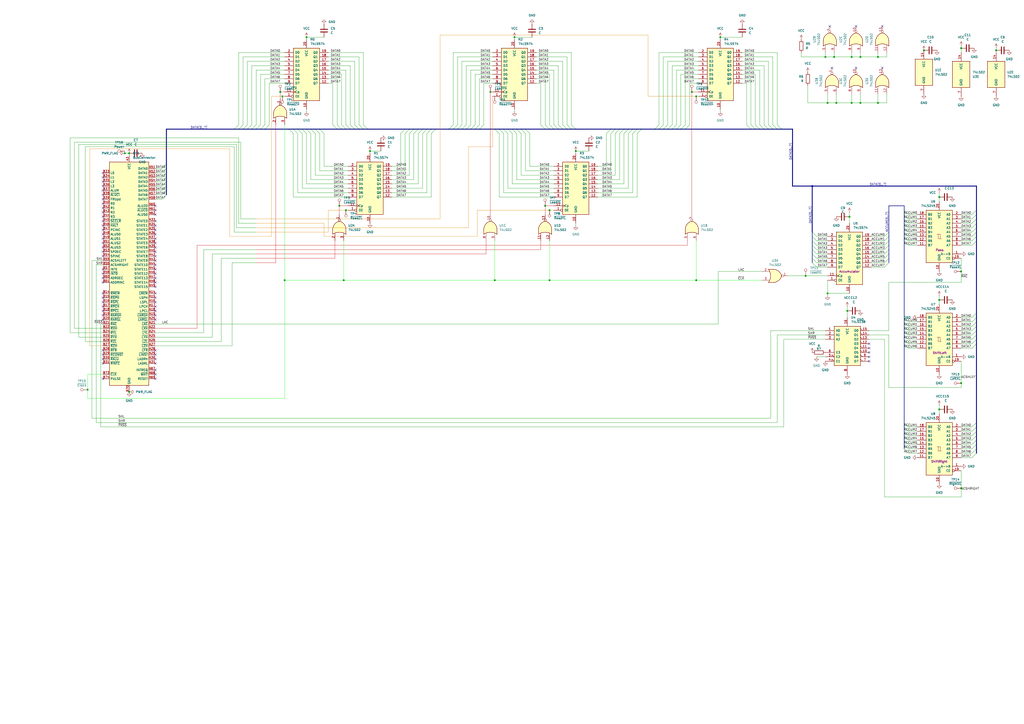
<source format=kicad_sch>
(kicad_sch (version 20250114) (generator "eeschema") (generator_version "9.0")
  (paper "A2")
  (junction (at 499.11 59.69))
  (junction (at 494.03 33.02))
  (junction (at 577.85 29.21))
  (junction (at 165.1 162.56))
  (junction (at 480.06 170.18))
  (junction (at 494.03 59.69))
  (junction (at 544.83 173.99))
  (junction (at 177.8 21.59))
  (junction (at 417.83 21.59))
  (junction (at 491.49 180.34))
  (junction (at 509.27 59.69))
  (junction (at 403.86 55.88))
  (junction (at 284.48 53.34))
  (junction (at 535.94 29.21))
  (junction (at 196.85 119.38))
  (junction (at 214.63 87.63))
  (junction (at 478.79 33.02))
  (junction (at 557.53 27.94))
  (junction (at 74.93 88.9))
  (junction (at 334.01 87.63))
  (junction (at 509.27 33.02))
  (junction (at 318.77 162.56))
  (junction (at 287.02 162.56))
  (junction (at 72.39 88.9))
  (junction (at 480.06 59.69))
  (junction (at 318.77 121.92))
  (junction (at 499.11 33.02))
  (junction (at 557.53 283.21))
  (junction (at 467.36 160.02))
  (junction (at 544.83 237.49))
  (junction (at 492.76 125.73))
  (junction (at 200.66 121.92))
  (junction (at 298.45 21.59))
  (junction (at 163.83 55.88))
  (junction (at 316.23 119.38))
  (junction (at 544.83 114.3))
  (junction (at 199.39 162.56))
  (junction (at 471.17 107.95))
  (junction (at 557.53 157.48))
  (junction (at 74.93 227.33))
  (junction (at 483.87 33.02))
  (junction (at 557.53 222.25))
  (junction (at 485.14 59.69))
  (junction (at 50.8 226.06))
  (junction (at 403.86 162.56))
  (junction (at 162.56 53.34))
  (junction (at 401.32 53.34))
  (no_connect (at 90.17 170.18))
  (no_connect (at 59.69 158.75))
  (no_connect (at 59.69 161.29))
  (no_connect (at 511.81 15.24))
  (no_connect (at 59.69 107.95))
  (no_connect (at 59.69 146.05))
  (no_connect (at 59.69 105.41))
  (no_connect (at 59.69 175.26))
  (no_connect (at 481.33 15.24))
  (no_connect (at 90.17 185.42))
  (no_connect (at 504.19 209.55))
  (no_connect (at 90.17 166.37))
  (no_connect (at 59.69 185.42))
  (no_connect (at 90.17 143.51))
  (no_connect (at 59.69 148.59))
  (no_connect (at 496.57 39.37))
  (no_connect (at 59.69 123.19))
  (no_connect (at 59.69 180.34))
  (no_connect (at 496.57 15.24))
  (no_connect (at 504.19 201.93))
  (no_connect (at 504.19 204.47))
  (no_connect (at 90.17 133.35))
  (no_connect (at 59.69 208.28))
  (no_connect (at 90.17 214.63))
  (no_connect (at 90.17 172.72))
  (no_connect (at 59.69 163.83))
  (no_connect (at 90.17 151.13))
  (no_connect (at 90.17 140.97))
  (no_connect (at 90.17 146.05))
  (no_connect (at 90.17 203.2))
  (no_connect (at 504.19 207.01))
  (no_connect (at 90.17 156.21))
  (no_connect (at 90.17 138.43))
  (no_connect (at 90.17 182.88))
  (no_connect (at 59.69 133.35))
  (no_connect (at 59.69 115.57))
  (no_connect (at 90.17 177.8))
  (no_connect (at 59.69 172.72))
  (no_connect (at 90.17 175.26))
  (no_connect (at 59.69 110.49))
  (no_connect (at 90.17 208.28))
  (no_connect (at 59.69 182.88))
  (no_connect (at 59.69 177.8))
  (no_connect (at 90.17 153.67))
  (no_connect (at 90.17 128.27))
  (no_connect (at 59.69 170.18))
  (no_connect (at 59.69 143.51))
  (no_connect (at 59.69 130.81))
  (no_connect (at 90.17 161.29))
  (no_connect (at 59.69 120.65))
  (no_connect (at 90.17 205.74))
  (no_connect (at 482.6 39.37))
  (no_connect (at 90.17 158.75))
  (no_connect (at 511.81 39.37))
  (no_connect (at 59.69 219.71))
  (no_connect (at 90.17 219.71))
  (no_connect (at 59.69 102.87))
  (no_connect (at 90.17 148.59))
  (no_connect (at 59.69 205.74))
  (no_connect (at 90.17 210.82))
  (no_connect (at 59.69 113.03))
  (no_connect (at 90.17 135.89))
  (no_connect (at 59.69 203.2))
  (no_connect (at 90.17 180.34))
  (no_connect (at 59.69 210.82))
  (no_connect (at 90.17 119.38))
  (no_connect (at 504.19 199.39))
  (no_connect (at 59.69 100.33))
  (no_connect (at 59.69 128.27))
  (no_connect (at 59.69 135.89))
  (no_connect (at 59.69 156.21))
  (no_connect (at 59.69 138.43))
  (no_connect (at 59.69 125.73))
  (no_connect (at 59.69 140.97))
  (no_connect (at 90.17 217.17))
  (no_connect (at 90.17 163.83))
  (no_connect (at 90.17 130.81))
  (no_connect (at 59.69 118.11))
  (no_connect (at 90.17 124.46))
  (no_connect (at 90.17 121.92))
  (bus_entry (at 185.42 74.93) (size 2.54 2.54))
  (bus_entry (at 566.42 186.69) (size -2.54 2.54))
  (bus_entry (at 524.51 139.7) (size 2.54 2.54))
  (bus_entry (at 140.97 74.93) (size 2.54 -2.54))
  (bus_entry (at 566.42 257.81) (size -2.54 2.54))
  (bus_entry (at 151.13 74.93) (size 2.54 -2.54))
  (bus_entry (at 153.67 74.93) (size 2.54 -2.54))
  (bus_entry (at 445.77 72.39) (size 2.54 2.54))
  (bus_entry (at 515.62 137.16) (size -2.54 2.54))
  (bus_entry (at 93.98 113.03) (size 2.54 -2.54))
  (bus_entry (at 471.17 134.62) (size 2.54 2.54))
  (bus_entry (at 270.51 74.93) (size 2.54 -2.54))
  (bus_entry (at 93.98 110.49) (size 2.54 -2.54))
  (bus_entry (at 167.64 74.93) (size 2.54 2.54))
  (bus_entry (at 318.77 72.39) (size 2.54 2.54))
  (bus_entry (at 524.51 252.73) (size 2.54 2.54))
  (bus_entry (at 234.95 77.47) (size 2.54 -2.54))
  (bus_entry (at 524.51 196.85) (size 2.54 2.54))
  (bus_entry (at 304.8 74.93) (size 2.54 2.54))
  (bus_entry (at 387.35 74.93) (size 2.54 -2.54))
  (bus_entry (at 262.89 74.93) (size 2.54 -2.54))
  (bus_entry (at 250.19 77.47) (size 2.54 -2.54))
  (bus_entry (at 524.51 260.35) (size 2.54 2.54))
  (bus_entry (at 302.26 74.93) (size 2.54 2.54))
  (bus_entry (at 566.42 134.62) (size -2.54 2.54))
  (bus_entry (at 316.23 72.39) (size 2.54 2.54))
  (bus_entry (at 566.42 250.19) (size -2.54 2.54))
  (bus_entry (at 524.51 245.11) (size 2.54 2.54))
  (bus_entry (at 364.49 77.47) (size 2.54 -2.54))
  (bus_entry (at 392.43 74.93) (size 2.54 -2.54))
  (bus_entry (at 369.57 77.47) (size 2.54 -2.54))
  (bus_entry (at 443.23 72.39) (size 2.54 2.54))
  (bus_entry (at 471.17 149.86) (size 2.54 2.54))
  (bus_entry (at 566.42 196.85) (size -2.54 2.54))
  (bus_entry (at 208.28 72.39) (size 2.54 2.54))
  (bus_entry (at 245.11 77.47) (size 2.54 -2.54))
  (bus_entry (at 566.42 132.08) (size -2.54 2.54))
  (bus_entry (at 566.42 137.16) (size -2.54 2.54))
  (bus_entry (at 566.42 139.7) (size -2.54 2.54))
  (bus_entry (at 297.18 74.93) (size 2.54 2.54))
  (bus_entry (at 515.62 142.24) (size -2.54 2.54))
  (bus_entry (at 138.43 74.93) (size 2.54 -2.54))
  (bus_entry (at 273.05 74.93) (size 2.54 -2.54))
  (bus_entry (at 294.64 74.93) (size 2.54 2.54))
  (bus_entry (at 200.66 72.39) (size 2.54 2.54))
  (bus_entry (at 524.51 121.92) (size 2.54 2.54))
  (bus_entry (at 515.62 147.32) (size -2.54 2.54))
  (bus_entry (at 328.93 72.39) (size 2.54 2.54))
  (bus_entry (at 524.51 129.54) (size 2.54 2.54))
  (bus_entry (at 524.51 191.77) (size 2.54 2.54))
  (bus_entry (at 524.51 124.46) (size 2.54 2.54))
  (bus_entry (at 566.42 262.89) (size -2.54 2.54))
  (bus_entry (at 359.41 77.47) (size 2.54 -2.54))
  (bus_entry (at 351.79 77.47) (size 2.54 -2.54))
  (bus_entry (at 292.1 74.93) (size 2.54 2.54))
  (bus_entry (at 170.18 74.93) (size 2.54 2.54))
  (bus_entry (at 367.03 77.47) (size 2.54 -2.54))
  (bus_entry (at 566.42 260.35) (size -2.54 2.54))
  (bus_entry (at 146.05 74.93) (size 2.54 -2.54))
  (bus_entry (at 93.98 115.57) (size 2.54 -2.54))
  (bus_entry (at 471.17 144.78) (size 2.54 2.54))
  (bus_entry (at 471.17 152.4) (size 2.54 2.54))
  (bus_entry (at 524.51 127) (size 2.54 2.54))
  (bus_entry (at 566.42 124.46) (size -2.54 2.54))
  (bus_entry (at 433.07 72.39) (size 2.54 2.54))
  (bus_entry (at 143.51 74.93) (size 2.54 -2.54))
  (bus_entry (at 182.88 74.93) (size 2.54 2.54))
  (bus_entry (at 203.2 72.39) (size 2.54 2.54))
  (bus_entry (at 471.17 147.32) (size 2.54 2.54))
  (bus_entry (at 515.62 149.86) (size -2.54 2.54))
  (bus_entry (at 354.33 77.47) (size 2.54 -2.54))
  (bus_entry (at 524.51 186.69) (size 2.54 2.54))
  (bus_entry (at 448.31 72.39) (size 2.54 2.54))
  (bus_entry (at 524.51 250.19) (size 2.54 2.54))
  (bus_entry (at 289.56 74.93) (size 2.54 2.54))
  (bus_entry (at 93.98 105.41) (size 2.54 -2.54))
  (bus_entry (at 397.51 74.93) (size 2.54 -2.54))
  (bus_entry (at 440.69 72.39) (size 2.54 2.54))
  (bus_entry (at 515.62 139.7) (size -2.54 2.54))
  (bus_entry (at 450.85 72.39) (size 2.54 2.54))
  (bus_entry (at 195.58 72.39) (size 2.54 2.54))
  (bus_entry (at 524.51 134.62) (size 2.54 2.54))
  (bus_entry (at 566.42 189.23) (size -2.54 2.54))
  (bus_entry (at 287.02 74.93) (size 2.54 2.54))
  (bus_entry (at 524.51 184.15) (size 2.54 2.54))
  (bus_entry (at 524.51 194.31) (size 2.54 2.54))
  (bus_entry (at 566.42 194.31) (size -2.54 2.54))
  (bus_entry (at 313.69 72.39) (size 2.54 2.54))
  (bus_entry (at 566.42 184.15) (size -2.54 2.54))
  (bus_entry (at 321.31 72.39) (size 2.54 2.54))
  (bus_entry (at 524.51 199.39) (size 2.54 2.54))
  (bus_entry (at 175.26 74.93) (size 2.54 2.54))
  (bus_entry (at 566.42 245.11) (size -2.54 2.54))
  (bus_entry (at 180.34 74.93) (size 2.54 2.54))
  (bus_entry (at 566.42 181.61) (size -2.54 2.54))
  (bus_entry (at 524.51 255.27) (size 2.54 2.54))
  (bus_entry (at 326.39 72.39) (size 2.54 2.54))
  (bus_entry (at 210.82 72.39) (size 2.54 2.54))
  (bus_entry (at 193.04 72.39) (size 2.54 2.54))
  (bus_entry (at 524.51 257.81) (size 2.54 2.54))
  (bus_entry (at 566.42 127) (size -2.54 2.54))
  (bus_entry (at 93.98 107.95) (size 2.54 -2.54))
  (bus_entry (at 361.95 77.47) (size 2.54 -2.54))
  (bus_entry (at 524.51 137.16) (size 2.54 2.54))
  (bus_entry (at 379.73 74.93) (size 2.54 -2.54))
  (bus_entry (at 93.98 102.87) (size 2.54 -2.54))
  (bus_entry (at 205.74 72.39) (size 2.54 2.54))
  (bus_entry (at 566.42 247.65) (size -2.54 2.54))
  (bus_entry (at 566.42 199.39) (size -2.54 2.54))
  (bus_entry (at 177.8 74.93) (size 2.54 2.54))
  (bus_entry (at 148.59 74.93) (size 2.54 -2.54))
  (bus_entry (at 471.17 137.16) (size 2.54 2.54))
  (bus_entry (at 471.17 142.24) (size 2.54 2.54))
  (bus_entry (at 515.62 144.78) (size -2.54 2.54))
  (bus_entry (at 471.17 139.7) (size 2.54 2.54))
  (bus_entry (at 299.72 74.93) (size 2.54 2.54))
  (bus_entry (at 237.49 77.47) (size 2.54 -2.54))
  (bus_entry (at 232.41 77.47) (size 2.54 -2.54))
  (bus_entry (at 566.42 191.77) (size -2.54 2.54))
  (bus_entry (at 515.62 134.62) (size -2.54 2.54))
  (bus_entry (at 265.43 74.93) (size 2.54 -2.54))
  (bus_entry (at 135.89 74.93) (size 2.54 -2.54))
  (bus_entry (at 566.42 121.92) (size -2.54 2.54))
  (bus_entry (at 389.89 74.93) (size 2.54 -2.54))
  (bus_entry (at 275.59 74.93) (size 2.54 -2.54))
  (bus_entry (at 515.62 152.4) (size -2.54 2.54))
  (bus_entry (at 278.13 74.93) (size 2.54 -2.54))
  (bus_entry (at 323.85 72.39) (size 2.54 2.54))
  (bus_entry (at 524.51 189.23) (size 2.54 2.54))
  (bus_entry (at 394.97 74.93) (size 2.54 -2.54))
  (bus_entry (at 382.27 74.93) (size 2.54 -2.54))
  (bus_entry (at 524.51 247.65) (size 2.54 2.54))
  (bus_entry (at 435.61 72.39) (size 2.54 2.54))
  (bus_entry (at 566.42 252.73) (size -2.54 2.54))
  (bus_entry (at 172.72 74.93) (size 2.54 2.54))
  (bus_entry (at 198.12 72.39) (size 2.54 2.54))
  (bus_entry (at 93.98 100.33) (size 2.54 -2.54))
  (bus_entry (at 242.57 77.47) (size 2.54 -2.54))
  (bus_entry (at 240.03 77.47) (size 2.54 -2.54))
  (bus_entry (at 93.98 97.79) (size 2.54 -2.54))
  (bus_entry (at 566.42 129.54) (size -2.54 2.54))
  (bus_entry (at 438.15 72.39) (size 2.54 2.54))
  (bus_entry (at 566.42 255.27) (size -2.54 2.54))
  (bus_entry (at 356.87 77.47) (size 2.54 -2.54))
  (bus_entry (at 260.35 74.93) (size 2.54 -2.54))
  (bus_entry (at 247.65 77.47) (size 2.54 -2.54))
  (bus_entry (at 267.97 74.93) (size 2.54 -2.54))
  (bus_entry (at 524.51 132.08) (size 2.54 2.54))
  (bus_entry (at 384.81 74.93) (size 2.54 -2.54))
  (bus_entry (at 331.47 72.39) (size 2.54 2.54))
  (wire (pts (xy 311.15 38.1) (xy 323.85 38.1)))
  (wire (pts (xy 53.34 151.13) (xy 59.69 151.13)))
  (wire (pts (xy 403.86 162.56) (xy 441.96 162.56)) (stroke (width 0) (color 0 255 0 1)))
  (wire (pts (xy 50.8 231.14) (xy 165.1 231.14)) (stroke (width 0) (color 0 255 0 1)))
  (bus (pts (xy 515.62 134.62) (xy 515.62 119.38)))
  (wire (pts (xy 527.05 142.24) (xy 532.13 142.24)))
  (wire (pts (xy 175.26 109.22) (xy 201.93 109.22)))
  (wire (pts (xy 289.56 114.3) (xy 321.31 114.3)))
  (bus (pts (xy 151.13 74.93) (xy 153.67 74.93)) (stroke (width 0.508)))
  (bus (pts (xy 471.17 139.7) (xy 471.17 142.24)))
  (wire (pts (xy 134.62 152.4) (xy 148.59 152.4)))
  (wire (pts (xy 563.88 196.85) (xy 557.53 196.85)))
  (wire (pts (xy 165.1 162.56) (xy 165.1 231.14)) (stroke (width 0) (color 0 255 0 1)))
  (wire (pts (xy 237.49 101.6) (xy 227.33 101.6)))
  (wire (pts (xy 563.88 250.19) (xy 557.53 250.19)))
  (bus (pts (xy 237.49 74.93) (xy 240.03 74.93)) (stroke (width 0.508)))
  (bus (pts (xy 524.51 127) (xy 524.51 129.54)))
  (wire (pts (xy 416.56 187.96) (xy 416.56 157.48)))
  (wire (pts (xy 557.53 26.67) (xy 557.53 27.94)))
  (wire (pts (xy 445.77 35.56) (xy 445.77 72.39)))
  (wire (pts (xy 90.17 107.95) (xy 93.98 107.95)))
  (wire (pts (xy 201.93 119.38) (xy 196.85 119.38)) (stroke (width 0) (color 194 0 0 1)))
  (wire (pts (xy 563.88 255.27) (xy 557.53 255.27)))
  (wire (pts (xy 499.11 33.02) (xy 509.27 33.02)))
  (wire (pts (xy 447.04 242.57) (xy 447.04 191.77)))
  (wire (pts (xy 143.51 35.56) (xy 165.1 35.56)))
  (wire (pts (xy 250.19 114.3) (xy 227.33 114.3)))
  (wire (pts (xy 273.05 40.64) (xy 285.75 40.64)))
  (wire (pts (xy 304.8 99.06) (xy 321.31 99.06)))
  (wire (pts (xy 334.01 87.63) (xy 334.01 88.9)))
  (wire (pts (xy 468.63 49.53) (xy 468.63 59.69)))
  (wire (pts (xy 59.69 193.04) (xy 40.64 193.04)))
  (wire (pts (xy 430.53 40.64) (xy 440.69 40.64)))
  (wire (pts (xy 485.14 59.69) (xy 494.03 59.69)))
  (wire (pts (xy 210.82 30.48) (xy 210.82 72.39)))
  (wire (pts (xy 563.88 142.24) (xy 557.53 142.24)))
  (wire (pts (xy 557.53 288.29) (xy 557.53 283.21)))
  (wire (pts (xy 394.97 72.39) (xy 394.97 43.18)))
  (wire (pts (xy 364.49 109.22) (xy 346.71 109.22)))
  (wire (pts (xy 557.53 163.83) (xy 557.53 157.48)))
  (wire (pts (xy 563.88 252.73) (xy 557.53 252.73)))
  (wire (pts (xy 450.85 245.11) (xy 450.85 194.31)))
  (wire (pts (xy 563.88 184.15) (xy 557.53 184.15)))
  (bus (pts (xy 323.85 74.93) (xy 326.39 74.93)) (stroke (width 0.508)))
  (wire (pts (xy 43.18 82.55) (xy 139.7 82.55)))
  (bus (pts (xy 524.51 199.39) (xy 524.51 245.11)))
  (wire (pts (xy 287.02 139.7) (xy 287.02 162.56)) (stroke (width 0) (color 0 255 0 1)))
  (wire (pts (xy 387.35 72.39) (xy 387.35 35.56)))
  (wire (pts (xy 527.05 262.89) (xy 532.13 262.89)))
  (wire (pts (xy 208.28 33.02) (xy 208.28 72.39)))
  (wire (pts (xy 318.77 121.92) (xy 321.31 121.92)) (stroke (width 0) (color 221 133 0 1)))
  (wire (pts (xy 505.46 137.16) (xy 513.08 137.16)))
  (wire (pts (xy 311.15 48.26) (xy 313.69 48.26)))
  (wire (pts (xy 271.78 132.08) (xy 271.78 85.09)) (stroke (width 0) (color 221 133 0 1)))
  (wire (pts (xy 334.01 87.63) (xy 341.63 87.63)))
  (wire (pts (xy 123.19 147.32) (xy 148.59 147.32)))
  (wire (pts (xy 190.5 121.92) (xy 200.66 121.92)) (stroke (width 0) (color 221 133 0 1)))
  (wire (pts (xy 262.89 72.39) (xy 262.89 30.48)))
  (wire (pts (xy 49.53 85.09) (xy 135.89 85.09)))
  (wire (pts (xy 527.05 257.81) (xy 532.13 257.81)))
  (bus (pts (xy 252.73 74.93) (xy 260.35 74.93)) (stroke (width 0.508)))
  (bus (pts (xy 289.56 74.93) (xy 287.02 74.93)) (stroke (width 0.508)))
  (wire (pts (xy 527.05 129.54) (xy 532.13 129.54)))
  (wire (pts (xy 509.27 33.02) (xy 514.35 33.02)))
  (wire (pts (xy 485.14 54.61) (xy 485.14 59.69)))
  (wire (pts (xy 464.82 30.48) (xy 464.82 33.02)))
  (bus (pts (xy 471.17 144.78) (xy 471.17 147.32)))
  (wire (pts (xy 527.05 191.77) (xy 532.13 191.77)))
  (wire (pts (xy 214.63 87.63) (xy 220.98 87.63)))
  (bus (pts (xy 294.64 74.93) (xy 297.18 74.93)) (stroke (width 0.508)))
  (bus (pts (xy 515.62 134.62) (xy 515.62 137.16)))
  (wire (pts (xy 417.83 21.59) (xy 417.83 22.86)))
  (wire (pts (xy 133.35 137.16) (xy 133.35 86.36)) (stroke (width 0) (color 221 133 0 1)))
  (bus (pts (xy 297.18 74.93) (xy 299.72 74.93)) (stroke (width 0.508)))
  (wire (pts (xy 544.83 111.76) (xy 544.83 114.3)))
  (bus (pts (xy 203.2 74.93) (xy 205.74 74.93)) (stroke (width 0.508)))
  (wire (pts (xy 563.88 201.93) (xy 557.53 201.93)))
  (wire (pts (xy 527.05 124.46) (xy 532.13 124.46)))
  (wire (pts (xy 364.49 77.47) (xy 364.49 109.22)))
  (bus (pts (xy 96.52 74.93) (xy 135.89 74.93)) (stroke (width 0.508)))
  (wire (pts (xy 430.53 38.1) (xy 443.23 38.1)))
  (bus (pts (xy 471.17 107.95) (xy 471.17 134.62)) (stroke (width 0.508)))
  (bus (pts (xy 471.17 137.16) (xy 471.17 139.7)))
  (bus (pts (xy 96.52 105.41) (xy 96.52 107.95)) (stroke (width 0.508)))
  (wire (pts (xy 151.13 72.39) (xy 151.13 43.18)))
  (bus (pts (xy 382.27 74.93) (xy 384.81 74.93)) (stroke (width 0.508)))
  (wire (pts (xy 563.88 124.46) (xy 557.53 124.46)))
  (wire (pts (xy 170.18 114.3) (xy 201.93 114.3)))
  (wire (pts (xy 72.39 88.9) (xy 74.93 88.9)))
  (wire (pts (xy 359.41 104.14) (xy 346.71 104.14)))
  (wire (pts (xy 162.56 53.34) (xy 162.56 57.15)) (stroke (width 0) (color 194 0 0 1)))
  (wire (pts (xy 483.87 33.02) (xy 494.03 33.02)))
  (bus (pts (xy 392.43 74.93) (xy 394.97 74.93)) (stroke (width 0.508)))
  (wire (pts (xy 245.11 77.47) (xy 245.11 109.22)))
  (bus (pts (xy 148.59 74.93) (xy 151.13 74.93)) (stroke (width 0.508)))
  (bus (pts (xy 524.51 139.7) (xy 524.51 184.15)))
  (wire (pts (xy 190.5 40.64) (xy 200.66 40.64)))
  (wire (pts (xy 515.62 191.77) (xy 515.62 163.83)))
  (wire (pts (xy 90.17 105.41) (xy 93.98 105.41)))
  (wire (pts (xy 190.5 33.02) (xy 208.28 33.02)))
  (wire (pts (xy 50.8 226.06) (xy 50.8 217.17)) (stroke (width 0) (color 0 255 0 1)))
  (wire (pts (xy 40.64 193.04) (xy 40.64 80.01)))
  (wire (pts (xy 165.1 72.39) (xy 165.1 162.56)) (stroke (width 0) (color 0 255 0 1)))
  (wire (pts (xy 280.67 48.26) (xy 285.75 48.26)))
  (wire (pts (xy 505.46 147.32) (xy 513.08 147.32)))
  (wire (pts (xy 311.15 45.72) (xy 316.23 45.72)))
  (wire (pts (xy 403.86 139.7) (xy 403.86 162.56)) (stroke (width 0) (color 0 255 0 1)))
  (wire (pts (xy 527.05 134.62) (xy 532.13 134.62)))
  (bus (pts (xy 316.23 74.93) (xy 318.77 74.93)) (stroke (width 0.508)))
  (wire (pts (xy 284.48 53.34) (xy 285.75 53.34)) (stroke (width 0) (color 194 0 0 1)))
  (wire (pts (xy 50.8 217.17) (xy 59.69 217.17)) (stroke (width 0) (color 0 255 0 1)))
  (wire (pts (xy 255.27 20.32) (xy 375.92 20.32)) (stroke (width 0) (color 221 133 0 1)))
  (bus (pts (xy 566.42 107.95) (xy 471.17 107.95)) (stroke (width 0.508)))
  (wire (pts (xy 172.72 111.76) (xy 201.93 111.76)))
  (bus (pts (xy 278.13 74.93) (xy 287.02 74.93)) (stroke (width 0.508)))
  (bus (pts (xy 299.72 74.93) (xy 302.26 74.93)) (stroke (width 0.508)))
  (bus (pts (xy 334.01 74.93) (xy 354.33 74.93)) (stroke (width 0.508)))
  (wire (pts (xy 438.15 43.18) (xy 438.15 72.39)))
  (wire (pts (xy 45.72 83.82) (xy 137.16 83.82)))
  (wire (pts (xy 128.27 198.12) (xy 128.27 149.86)))
  (bus (pts (xy 566.42 121.92) (xy 566.42 107.95)) (stroke (width 0.508)))
  (wire (pts (xy 153.67 72.39) (xy 153.67 45.72)))
  (wire (pts (xy 190.5 43.18) (xy 198.12 43.18)))
  (wire (pts (xy 276.86 121.92) (xy 318.77 121.92)) (stroke (width 0) (color 221 133 0 1)))
  (wire (pts (xy 369.57 114.3) (xy 346.71 114.3)))
  (wire (pts (xy 361.95 77.47) (xy 361.95 106.68)))
  (wire (pts (xy 199.39 162.56) (xy 287.02 162.56)) (stroke (width 0) (color 0 255 0 1)))
  (wire (pts (xy 55.88 153.67) (xy 59.69 153.67)))
  (wire (pts (xy 190.5 134.62) (xy 190.5 121.92)) (stroke (width 0) (color 221 133 0 1)))
  (bus (pts (xy 459.74 107.95) (xy 471.17 107.95)) (stroke (width 0.508)))
  (wire (pts (xy 527.05 199.39) (xy 532.13 199.39)))
  (bus (pts (xy 524.51 119.38) (xy 524.51 121.92)))
  (bus (pts (xy 566.42 186.69) (xy 566.42 189.23)) (stroke (width 0.508)))
  (wire (pts (xy 50.8 231.14) (xy 50.8 226.06)) (stroke (width 0) (color 0 255 0 1)))
  (wire (pts (xy 405.13 53.34) (xy 401.32 53.34)) (stroke (width 0) (color 194 0 0 1)))
  (wire (pts (xy 313.69 48.26) (xy 313.69 72.39)))
  (bus (pts (xy 471.17 147.32) (xy 471.17 149.86)))
  (wire (pts (xy 40.64 80.01) (xy 138.43 80.01)))
  (wire (pts (xy 294.64 77.47) (xy 294.64 109.22)))
  (wire (pts (xy 281.94 147.32) (xy 281.94 139.7)) (stroke (width 0) (color 194 0 0 1)))
  (wire (pts (xy 162.56 53.34) (xy 165.1 53.34)) (stroke (width 0) (color 194 0 0 1)))
  (wire (pts (xy 90.17 195.58) (xy 123.19 195.58)))
  (wire (pts (xy 504.19 196.85) (xy 513.08 196.85)))
  (wire (pts (xy 480.06 54.61) (xy 480.06 59.69)))
  (wire (pts (xy 294.64 109.22) (xy 321.31 109.22)))
  (wire (pts (xy 514.35 59.69) (xy 514.35 54.61)))
  (wire (pts (xy 58.42 187.96) (xy 58.42 247.65)))
  (bus (pts (xy 138.43 74.93) (xy 140.97 74.93)) (stroke (width 0.508)))
  (wire (pts (xy 308.61 21.59) (xy 298.45 21.59)))
  (bus (pts (xy 435.61 74.93) (xy 438.15 74.93)) (stroke (width 0.508)))
  (wire (pts (xy 138.43 72.39) (xy 138.43 30.48)))
  (wire (pts (xy 299.72 104.14) (xy 321.31 104.14)))
  (bus (pts (xy 260.35 74.93) (xy 262.89 74.93)) (stroke (width 0.508)))
  (wire (pts (xy 509.27 59.69) (xy 514.35 59.69)))
  (wire (pts (xy 544.83 171.45) (xy 544.83 173.99)))
  (bus (pts (xy 143.51 74.93) (xy 146.05 74.93)) (stroke (width 0.508)))
  (wire (pts (xy 185.42 99.06) (xy 201.93 99.06)))
  (wire (pts (xy 515.62 194.31) (xy 515.62 224.79)))
  (wire (pts (xy 55.88 245.11) (xy 450.85 245.11)))
  (wire (pts (xy 242.57 77.47) (xy 242.57 106.68)))
  (wire (pts (xy 148.59 72.39) (xy 148.59 40.64)))
  (bus (pts (xy 443.23 74.93) (xy 445.77 74.93)) (stroke (width 0.508)))
  (wire (pts (xy 505.46 154.94) (xy 513.08 154.94)))
  (wire (pts (xy 270.51 72.39) (xy 270.51 38.1)))
  (wire (pts (xy 139.7 127) (xy 148.59 127)))
  (wire (pts (xy 382.27 72.39) (xy 382.27 30.48)))
  (wire (pts (xy 250.19 77.47) (xy 250.19 114.3)))
  (wire (pts (xy 148.59 132.08) (xy 271.78 132.08)) (stroke (width 0) (color 221 133 0 1)))
  (bus (pts (xy 167.64 74.93) (xy 170.18 74.93)) (stroke (width 0.508)))
  (bus (pts (xy 247.65 74.93) (xy 250.19 74.93)) (stroke (width 0.508)))
  (wire (pts (xy 292.1 111.76) (xy 321.31 111.76)))
  (wire (pts (xy 478.79 30.48) (xy 478.79 33.02)))
  (wire (pts (xy 468.63 59.69) (xy 480.06 59.69)))
  (bus (pts (xy 356.87 74.93) (xy 359.41 74.93)) (stroke (width 0.508)))
  (wire (pts (xy 90.17 110.49) (xy 93.98 110.49)))
  (wire (pts (xy 494.03 54.61) (xy 494.03 59.69)))
  (bus (pts (xy 524.51 137.16) (xy 524.51 139.7)))
  (wire (pts (xy 52.07 200.66) (xy 59.69 200.66)) (stroke (width 0) (color 221 133 0 1)))
  (wire (pts (xy 417.83 21.59) (xy 430.53 21.59)))
  (wire (pts (xy 190.5 45.72) (xy 195.58 45.72)))
  (wire (pts (xy 328.93 33.02) (xy 328.93 72.39)))
  (bus (pts (xy 359.41 74.93) (xy 361.95 74.93)) (stroke (width 0.508)))
  (wire (pts (xy 563.88 194.31) (xy 557.53 194.31)))
  (bus (pts (xy 372.11 74.93) (xy 379.73 74.93)) (stroke (width 0.508)))
  (wire (pts (xy 397.51 45.72) (xy 405.13 45.72)))
  (wire (pts (xy 527.05 127) (xy 532.13 127)))
  (bus (pts (xy 369.57 74.93) (xy 372.11 74.93)) (stroke (width 0.508)))
  (bus (pts (xy 367.03 74.93) (xy 369.57 74.93)) (stroke (width 0.508)))
  (wire (pts (xy 316.23 45.72) (xy 316.23 72.39)))
  (wire (pts (xy 299.72 77.47) (xy 299.72 104.14)))
  (wire (pts (xy 265.43 33.02) (xy 285.75 33.02)))
  (wire (pts (xy 203.2 38.1) (xy 203.2 72.39)))
  (wire (pts (xy 284.48 124.46) (xy 284.48 53.34)) (stroke (width 0) (color 194 0 0 1)))
  (wire (pts (xy 187.96 77.47) (xy 187.96 96.52)))
  (wire (pts (xy 90.17 115.57) (xy 93.98 115.57)))
  (wire (pts (xy 515.62 163.83) (xy 557.53 163.83)))
  (bus (pts (xy 172.72 74.93) (xy 175.26 74.93)) (stroke (width 0.508)))
  (wire (pts (xy 334.01 129.54) (xy 334.01 130.81)))
  (bus (pts (xy 524.51 250.19) (xy 524.51 252.73)))
  (wire (pts (xy 234.95 99.06) (xy 227.33 99.06)))
  (wire (pts (xy 240.03 77.47) (xy 240.03 104.14)))
  (bus (pts (xy 566.42 132.08) (xy 566.42 134.62)) (stroke (width 0.508)))
  (wire (pts (xy 114.3 142.24) (xy 114.3 190.5)) (stroke (width 0) (color 194 0 0 1)))
  (wire (pts (xy 563.88 262.89) (xy 557.53 262.89)))
  (wire (pts (xy 494.03 30.48) (xy 494.03 33.02)))
  (wire (pts (xy 157.48 55.88) (xy 163.83 55.88)) (stroke (width 0) (color 221 133 0 1)))
  (wire (pts (xy 563.88 247.65) (xy 557.53 247.65)))
  (wire (pts (xy 153.67 45.72) (xy 165.1 45.72)))
  (wire (pts (xy 247.65 77.47) (xy 247.65 111.76)))
  (bus (pts (xy 515.62 137.16) (xy 515.62 139.7)))
  (wire (pts (xy 527.05 137.16) (xy 532.13 137.16)))
  (wire (pts (xy 45.72 195.58) (xy 45.72 83.82)))
  (wire (pts (xy 375.92 20.32) (xy 375.92 55.88)) (stroke (width 0) (color 221 133 0 1)))
  (wire (pts (xy 505.46 142.24) (xy 513.08 142.24)))
  (wire (pts (xy 205.74 35.56) (xy 205.74 72.39)))
  (wire (pts (xy 563.88 189.23) (xy 557.53 189.23)))
  (bus (pts (xy 515.62 119.38) (xy 524.51 119.38)))
  (wire (pts (xy 311.15 33.02) (xy 328.93 33.02)))
  (wire (pts (xy 514.35 33.02) (xy 514.35 30.48)))
  (wire (pts (xy 480.06 59.69) (xy 485.14 59.69)))
  (wire (pts (xy 287.02 162.56) (xy 318.77 162.56)) (stroke (width 0) (color 0 255 0 1)))
  (bus (pts (xy 524.51 191.77) (xy 524.51 194.31)))
  (wire (pts (xy 49.53 198.12) (xy 49.53 85.09)))
  (wire (pts (xy 163.83 55.88) (xy 165.1 55.88)) (stroke (width 0) (color 221 133 0 1)))
  (wire (pts (xy 321.31 40.64) (xy 321.31 72.39)))
  (wire (pts (xy 58.42 247.65) (xy 454.66 247.65)))
  (wire (pts (xy 450.85 194.31) (xy 478.79 194.31)))
  (wire (pts (xy 557.53 149.86) (xy 557.53 157.48)))
  (wire (pts (xy 499.11 54.61) (xy 499.11 59.69)))
  (wire (pts (xy 180.34 77.47) (xy 180.34 104.14)))
  (wire (pts (xy 483.87 30.48) (xy 483.87 33.02)))
  (wire (pts (xy 389.89 72.39) (xy 389.89 38.1)))
  (wire (pts (xy 177.8 77.47) (xy 177.8 106.68)))
  (wire (pts (xy 504.19 194.31) (xy 515.62 194.31)))
  (wire (pts (xy 527.05 247.65) (xy 532.13 247.65)))
  (wire (pts (xy 527.05 250.19) (xy 532.13 250.19)))
  (wire (pts (xy 492.76 123.19) (xy 492.76 125.73)))
  (bus (pts (xy 361.95 74.93) (xy 364.49 74.93)) (stroke (width 0.508)))
  (bus (pts (xy 450.85 74.93) (xy 453.39 74.93)) (stroke (width 0.508)))
  (bus (pts (xy 394.97 74.93) (xy 397.51 74.93)) (stroke (width 0.508)))
  (wire (pts (xy 417.83 63.5) (xy 417.83 64.77)))
  (wire (pts (xy 297.18 106.68) (xy 321.31 106.68)))
  (bus (pts (xy 566.42 250.19) (xy 566.42 252.73)) (stroke (width 0.508)))
  (wire (pts (xy 356.87 77.47) (xy 356.87 101.6)))
  (wire (pts (xy 403.86 55.88) (xy 405.13 55.88)) (stroke (width 0) (color 221 133 0 1)))
  (wire (pts (xy 148.59 149.86) (xy 194.31 149.86)) (stroke (width 0) (color 194 0 0 1)))
  (wire (pts (xy 430.53 35.56) (xy 445.77 35.56)))
  (wire (pts (xy 187.96 129.54) (xy 187.96 137.16)) (stroke (width 0) (color 221 133 0 1)))
  (bus (pts (xy 524.51 189.23) (xy 524.51 191.77)))
  (bus (pts (xy 153.67 74.93) (xy 167.64 74.93)) (stroke (width 0.508)))
  (wire (pts (xy 351.79 77.47) (xy 351.79 96.52)))
  (wire (pts (xy 143.51 72.39) (xy 143.51 35.56)))
  (bus (pts (xy 96.52 74.93) (xy 96.52 95.25)) (stroke (width 0.508)))
  (wire (pts (xy 194.31 149.86) (xy 194.31 139.7)) (stroke (width 0) (color 194 0 0 1)))
  (wire (pts (xy 394.97 43.18) (xy 405.13 43.18)))
  (bus (pts (xy 566.42 252.73) (xy 566.42 255.27)) (stroke (width 0.508)))
  (bus (pts (xy 185.42 74.93) (xy 195.58 74.93)) (stroke (width 0.508)))
  (bus (pts (xy 397.51 74.93) (xy 435.61 74.93)) (stroke (width 0.508)))
  (bus (pts (xy 566.42 260.35) (xy 566.42 262.89)) (stroke (width 0.508)))
  (wire (pts (xy 148.59 152.4) (xy 160.02 152.4)) (stroke (width 0) (color 194 0 0 1)))
  (wire (pts (xy 182.88 101.6) (xy 201.93 101.6)))
  (wire (pts (xy 480.06 162.56) (xy 480.06 170.18)))
  (wire (pts (xy 196.85 119.38) (xy 196.85 124.46)) (stroke (width 0) (color 194 0 0 1)))
  (wire (pts (xy 302.26 101.6) (xy 321.31 101.6)))
  (wire (pts (xy 307.34 77.47) (xy 307.34 96.52)))
  (wire (pts (xy 175.26 77.47) (xy 175.26 109.22)))
  (wire (pts (xy 148.59 127) (xy 255.27 127)) (stroke (width 0) (color 221 133 0 1)))
  (wire (pts (xy 275.59 43.18) (xy 285.75 43.18)))
  (wire (pts (xy 447.04 191.77) (xy 478.79 191.77)))
  (bus (pts (xy 96.52 95.25) (xy 96.52 97.79)) (stroke (width 0.508)))
  (bus (pts (xy 515.62 139.7) (xy 515.62 142.24)))
  (wire (pts (xy 140.97 33.02) (xy 165.1 33.02)))
  (wire (pts (xy 123.19 195.58) (xy 123.19 147.32)))
  (wire (pts (xy 278.13 72.39) (xy 278.13 45.72)))
  (wire (pts (xy 492.76 170.18) (xy 480.06 170.18)))
  (bus (pts (xy 524.51 121.92) (xy 524.51 124.46)))
  (wire (pts (xy 351.79 96.52) (xy 346.71 96.52)))
  (wire (pts (xy 316.23 119.38) (xy 316.23 124.46)) (stroke (width 0) (color 194 0 0 1)))
  (bus (pts (xy 524.51 186.69) (xy 524.51 189.23)))
  (wire (pts (xy 515.62 224.79) (xy 557.53 224.79)))
  (bus (pts (xy 354.33 74.93) (xy 356.87 74.93)) (stroke (width 0.508)))
  (wire (pts (xy 527.05 186.69) (xy 532.13 186.69)))
  (wire (pts (xy 137.16 83.82) (xy 137.16 132.08)))
  (wire (pts (xy 177.8 21.59) (xy 177.8 22.86)))
  (wire (pts (xy 148.59 147.32) (xy 281.94 147.32)) (stroke (width 0) (color 194 0 0 1)))
  (bus (pts (xy 267.97 74.93) (xy 270.51 74.93)) (stroke (width 0.508)))
  (wire (pts (xy 494.03 59.69) (xy 499.11 59.69)))
  (wire (pts (xy 527.05 260.35) (xy 532.13 260.35)))
  (bus (pts (xy 566.42 245.11) (xy 566.42 247.65)) (stroke (width 0.508)))
  (wire (pts (xy 200.66 121.92) (xy 201.93 121.92)) (stroke (width 0) (color 221 133 0 1)))
  (wire (pts (xy 448.31 33.02) (xy 448.31 72.39)))
  (wire (pts (xy 440.69 40.64) (xy 440.69 72.39)))
  (bus (pts (xy 566.42 134.62) (xy 566.42 137.16)) (stroke (width 0.508)))
  (wire (pts (xy 400.05 48.26) (xy 405.13 48.26)))
  (wire (pts (xy 361.95 106.68) (xy 346.71 106.68)))
  (wire (pts (xy 245.11 109.22) (xy 227.33 109.22)))
  (wire (pts (xy 151.13 43.18) (xy 165.1 43.18)))
  (wire (pts (xy 156.21 72.39) (xy 156.21 48.26)))
  (bus (pts (xy 448.31 74.93) (xy 450.85 74.93)) (stroke (width 0.508)))
  (bus (pts (xy 566.42 137.16) (xy 566.42 139.7)) (stroke (width 0.508)))
  (wire (pts (xy 563.88 139.7) (xy 557.53 139.7)))
  (wire (pts (xy 473.71 147.32) (xy 480.06 147.32)))
  (bus (pts (xy 566.42 129.54) (xy 566.42 132.08)) (stroke (width 0.508)))
  (bus (pts (xy 205.74 74.93) (xy 208.28 74.93)) (stroke (width 0.508)))
  (wire (pts (xy 478.79 33.02) (xy 483.87 33.02)))
  (wire (pts (xy 557.53 222.25) (xy 557.53 209.55)))
  (wire (pts (xy 354.33 77.47) (xy 354.33 99.06)))
  (wire (pts (xy 577.85 29.21) (xy 577.85 30.48)))
  (wire (pts (xy 190.5 30.48) (xy 210.82 30.48)))
  (wire (pts (xy 473.71 152.4) (xy 480.06 152.4)))
  (wire (pts (xy 430.53 43.18) (xy 438.15 43.18)))
  (wire (pts (xy 473.71 139.7) (xy 480.06 139.7)))
  (bus (pts (xy 265.43 74.93) (xy 262.89 74.93)) (stroke (width 0.508)))
  (wire (pts (xy 473.71 154.94) (xy 480.06 154.94)))
  (bus (pts (xy 524.51 132.08) (xy 524.51 134.62)))
  (wire (pts (xy 527.05 252.73) (xy 532.13 252.73)))
  (wire (pts (xy 491.49 180.34) (xy 491.49 184.15)))
  (bus (pts (xy 566.42 181.61) (xy 566.42 184.15)) (stroke (width 0.508)))
  (bus (pts (xy 566.42 124.46) (xy 566.42 127)) (stroke (width 0.508)))
  (wire (pts (xy 148.59 129.54) (xy 187.96 129.54)) (stroke (width 0) (color 221 133 0 1)))
  (bus (pts (xy 524.51 252.73) (xy 524.51 255.27)))
  (wire (pts (xy 114.3 142.24) (xy 398.78 142.24)) (stroke (width 0) (color 194 0 0 1)))
  (wire (pts (xy 563.88 199.39) (xy 557.53 199.39)))
  (wire (pts (xy 285.75 85.09) (xy 285.75 55.88)) (stroke (width 0) (color 221 133 0 1)))
  (wire (pts (xy 375.92 55.88) (xy 403.86 55.88)) (stroke (width 0) (color 221 133 0 1)))
  (wire (pts (xy 359.41 77.47) (xy 359.41 104.14)))
  (wire (pts (xy 563.88 265.43) (xy 557.53 265.43)))
  (wire (pts (xy 499.11 59.69) (xy 509.27 59.69)))
  (wire (pts (xy 367.03 111.76) (xy 346.71 111.76)))
  (wire (pts (xy 430.53 45.72) (xy 435.61 45.72)))
  (wire (pts (xy 499.11 30.48) (xy 499.11 33.02)))
  (bus (pts (xy 445.77 74.93) (xy 448.31 74.93)) (stroke (width 0.508)))
  (bus (pts (xy 524.51 245.11) (xy 524.51 247.65)))
  (bus (pts (xy 566.42 194.31) (xy 566.42 196.85)) (stroke (width 0.508)))
  (bus (pts (xy 273.05 74.93) (xy 275.59 74.93)) (stroke (width 0.508)))
  (wire (pts (xy 157.48 137.16) (xy 157.48 55.88)) (stroke (width 0) (color 221 133 0 1)))
  (wire (pts (xy 527.05 196.85) (xy 532.13 196.85)))
  (wire (pts (xy 199.39 139.7) (xy 199.39 162.56)) (stroke (width 0) (color 0 255 0 1)))
  (wire (pts (xy 170.18 77.47) (xy 170.18 114.3)))
  (wire (pts (xy 401.32 53.34) (xy 401.32 124.46)) (stroke (width 0) (color 194 0 0 1)))
  (wire (pts (xy 114.3 190.5) (xy 90.17 190.5)) (stroke (width 0) (color 194 0 0 1)))
  (wire (pts (xy 557.53 224.79) (xy 557.53 222.25)))
  (bus (pts (xy 135.89 74.93) (xy 138.43 74.93)) (stroke (width 0.508)))
  (wire (pts (xy 59.69 195.58) (xy 45.72 195.58)))
  (wire (pts (xy 138.43 30.48) (xy 165.1 30.48)))
  (wire (pts (xy 90.17 187.96) (xy 416.56 187.96)))
  (wire (pts (xy 262.89 30.48) (xy 285.75 30.48)))
  (wire (pts (xy 321.31 119.38) (xy 316.23 119.38)) (stroke (width 0) (color 194 0 0 1)))
  (wire (pts (xy 473.71 137.16) (xy 480.06 137.16)))
  (wire (pts (xy 273.05 72.39) (xy 273.05 40.64)))
  (wire (pts (xy 505.46 149.86) (xy 513.08 149.86)))
  (wire (pts (xy 563.88 129.54) (xy 557.53 129.54)))
  (bus (pts (xy 566.42 139.7) (xy 566.42 181.61)) (stroke (width 0.508)))
  (wire (pts (xy 433.07 48.26) (xy 433.07 72.39)))
  (wire (pts (xy 297.18 77.47) (xy 297.18 106.68)))
  (wire (pts (xy 275.59 72.39) (xy 275.59 43.18)))
  (wire (pts (xy 190.5 38.1) (xy 203.2 38.1)))
  (bus (pts (xy 438.15 74.93) (xy 440.69 74.93)) (stroke (width 0.508)))
  (bus (pts (xy 328.93 74.93) (xy 331.47 74.93)) (stroke (width 0.508)))
  (wire (pts (xy 311.15 43.18) (xy 318.77 43.18)))
  (wire (pts (xy 133.35 137.16) (xy 157.48 137.16)) (stroke (width 0) (color 221 133 0 1)))
  (bus (pts (xy 245.11 74.93) (xy 247.65 74.93)) (stroke (width 0.508)))
  (bus (pts (xy 471.17 149.86) (xy 471.17 152.4)))
  (wire (pts (xy 492.76 125.73) (xy 492.76 129.54)))
  (wire (pts (xy 137.16 132.08) (xy 148.59 132.08)))
  (wire (pts (xy 369.57 77.47) (xy 369.57 114.3)))
  (wire (pts (xy 513.08 196.85) (xy 513.08 288.29)))
  (bus (pts (xy 364.49 74.93) (xy 367.03 74.93)) (stroke (width 0.508)))
  (wire (pts (xy 326.39 35.56) (xy 326.39 72.39)))
  (wire (pts (xy 527.05 194.31) (xy 532.13 194.31)))
  (bus (pts (xy 96.52 100.33) (xy 96.52 102.87)) (stroke (width 0.508)))
  (bus (pts (xy 471.17 134.62) (xy 471.17 137.16)))
  (wire (pts (xy 311.15 40.64) (xy 321.31 40.64)))
  (wire (pts (xy 172.72 77.47) (xy 172.72 111.76)))
  (wire (pts (xy 392.43 40.64) (xy 405.13 40.64)))
  (wire (pts (xy 527.05 132.08) (xy 532.13 132.08)))
  (bus (pts (xy 387.35 74.93) (xy 389.89 74.93)) (stroke (width 0.508)))
  (wire (pts (xy 557.53 283.21) (xy 557.53 273.05)))
  (bus (pts (xy 389.89 74.93) (xy 392.43 74.93)) (stroke (width 0.508)))
  (wire (pts (xy 509.27 54.61) (xy 509.27 59.69)))
  (wire (pts (xy 563.88 127) (xy 557.53 127)))
  (bus (pts (xy 240.03 74.93) (xy 242.57 74.93)) (stroke (width 0.508)))
  (wire (pts (xy 74.93 88.9) (xy 74.93 90.17)))
  (wire (pts (xy 190.5 48.26) (xy 193.04 48.26)))
  (bus (pts (xy 321.31 74.93) (xy 323.85 74.93)) (stroke (width 0.508)))
  (bus (pts (xy 96.52 107.95) (xy 96.52 110.49)) (stroke (width 0.508)))
  (wire (pts (xy 160.02 152.4) (xy 160.02 72.39)) (stroke (width 0) (color 194 0 0 1)))
  (wire (pts (xy 557.53 27.94) (xy 557.53 30.48)))
  (wire (pts (xy 90.17 113.03) (xy 93.98 113.03)))
  (bus (pts (xy 96.52 102.87) (xy 96.52 105.41)) (stroke (width 0.508)))
  (bus (pts (xy 270.51 74.93) (xy 273.05 74.93)) (stroke (width 0.508)))
  (wire (pts (xy 242.57 106.68) (xy 227.33 106.68)))
  (wire (pts (xy 138.43 129.54) (xy 148.59 129.54)))
  (wire (pts (xy 135.89 134.62) (xy 148.59 134.62)))
  (wire (pts (xy 473.71 149.86) (xy 480.06 149.86)))
  (wire (pts (xy 255.27 127) (xy 255.27 20.32)) (stroke (width 0) (color 221 133 0 1)))
  (bus (pts (xy 524.51 129.54) (xy 524.51 132.08)))
  (bus (pts (xy 175.26 74.93) (xy 177.8 74.93)) (stroke (width 0.508)))
  (bus (pts (xy 304.8 74.93) (xy 302.26 74.93)) (stroke (width 0.508)))
  (wire (pts (xy 165.1 162.56) (xy 199.39 162.56)) (stroke (width 0) (color 0 255 0 1)))
  (wire (pts (xy 240.03 104.14) (xy 227.33 104.14)))
  (wire (pts (xy 392.43 72.39) (xy 392.43 40.64)))
  (wire (pts (xy 232.41 96.52) (xy 227.33 96.52)))
  (wire (pts (xy 52.07 86.36) (xy 52.07 200.66)) (stroke (width 0) (color 221 133 0 1)))
  (wire (pts (xy 307.34 96.52) (xy 321.31 96.52)))
  (bus (pts (xy 304.8 74.93) (xy 316.23 74.93)) (stroke (width 0.508)))
  (wire (pts (xy 331.47 30.48) (xy 331.47 72.39)))
  (wire (pts (xy 311.15 30.48) (xy 331.47 30.48)))
  (wire (pts (xy 311.15 35.56) (xy 326.39 35.56)))
  (wire (pts (xy 389.89 38.1) (xy 405.13 38.1)))
  (wire (pts (xy 563.88 191.77) (xy 557.53 191.77)))
  (wire (pts (xy 180.34 104.14) (xy 201.93 104.14)))
  (bus (pts (xy 328.93 74.93) (xy 326.39 74.93)) (stroke (width 0.508)))
  (wire (pts (xy 384.81 33.02) (xy 405.13 33.02)))
  (bus (pts (xy 524.51 134.62) (xy 524.51 137.16)))
  (wire (pts (xy 278.13 45.72) (xy 285.75 45.72)))
  (wire (pts (xy 135.89 85.09) (xy 135.89 134.62)))
  (bus (pts (xy 524.51 255.27) (xy 524.51 257.81)))
  (wire (pts (xy 318.77 162.56) (xy 403.86 162.56)) (stroke (width 0) (color 0 255 0 1)))
  (wire (pts (xy 72.39 87.63) (xy 72.39 88.9)))
  (wire (pts (xy 467.36 160.02) (xy 480.06 160.02)))
  (wire (pts (xy 53.34 242.57) (xy 447.04 242.57)))
  (wire (pts (xy 59.69 190.5) (xy 43.18 190.5)))
  (bus (pts (xy 242.57 74.93) (xy 245.11 74.93)) (stroke (width 0.508)))
  (wire (pts (xy 156.21 48.26) (xy 165.1 48.26)))
  (wire (pts (xy 473.71 142.24) (xy 480.06 142.24)))
  (wire (pts (xy 450.85 30.48) (xy 450.85 72.39)))
  (wire (pts (xy 118.11 193.04) (xy 118.11 144.78)))
  (bus (pts (xy 515.62 149.86) (xy 515.62 152.4)))
  (bus (pts (xy 566.42 196.85) (xy 566.42 199.39)) (stroke (width 0.508)))
  (bus (pts (xy 170.18 74.93) (xy 172.72 74.93)) (stroke (width 0.508)))
  (wire (pts (xy 90.17 198.12) (xy 128.27 198.12)))
  (wire (pts (xy 298.45 21.59) (xy 298.45 22.86)))
  (bus (pts (xy 515.62 147.32) (xy 515.62 149.86)))
  (bus (pts (xy 440.69 74.93) (xy 443.23 74.93)) (stroke (width 0.508)))
  (wire (pts (xy 382.27 30.48) (xy 405.13 30.48)))
  (wire (pts (xy 146.05 72.39) (xy 146.05 38.1)))
  (wire (pts (xy 397.51 72.39) (xy 397.51 45.72)))
  (wire (pts (xy 53.34 151.13) (xy 53.34 242.57)))
  (wire (pts (xy 214.63 87.63) (xy 214.63 88.9)))
  (wire (pts (xy 544.83 173.99) (xy 544.83 176.53)))
  (wire (pts (xy 454.66 247.65) (xy 454.66 196.85)))
  (wire (pts (xy 367.03 77.47) (xy 367.03 111.76)))
  (wire (pts (xy 384.81 72.39) (xy 384.81 33.02)))
  (wire (pts (xy 128.27 149.86) (xy 148.59 149.86)))
  (wire (pts (xy 400.05 72.39) (xy 400.05 48.26)))
  (wire (pts (xy 177.8 63.5) (xy 177.8 64.77)))
  (wire (pts (xy 232.41 77.47) (xy 232.41 96.52)))
  (wire (pts (xy 527.05 139.7) (xy 532.13 139.7)))
  (wire (pts (xy 90.17 193.04) (xy 118.11 193.04)))
  (wire (pts (xy 430.53 48.26) (xy 433.07 48.26)))
  (wire (pts (xy 513.08 288.29) (xy 557.53 288.29)))
  (bus (pts (xy 566.42 127) (xy 566.42 129.54)) (stroke (width 0.508)))
  (wire (pts (xy 527.05 201.93) (xy 532.13 201.93)))
  (wire (pts (xy 280.67 72.39) (xy 280.67 48.26)))
  (wire (pts (xy 289.56 77.47) (xy 289.56 114.3)))
  (wire (pts (xy 58.42 187.96) (xy 59.69 187.96)))
  (bus (pts (xy 566.42 189.23) (xy 566.42 191.77)) (stroke (width 0.508)))
  (wire (pts (xy 435.61 45.72) (xy 435.61 72.39)))
  (bus (pts (xy 524.51 257.81) (xy 524.51 260.35)))
  (wire (pts (xy 187.96 21.59) (xy 177.8 21.59)))
  (wire (pts (xy 247.65 111.76) (xy 227.33 111.76)))
  (wire (pts (xy 198.12 43.18) (xy 198.12 72.39)))
  (wire (pts (xy 193.04 48.26) (xy 193.04 72.39)))
  (wire (pts (xy 237.49 77.47) (xy 237.49 101.6)))
  (bus (pts (xy 515.62 142.24) (xy 515.62 144.78)))
  (bus (pts (xy 379.73 74.93) (xy 382.27 74.93)) (stroke (width 0.508)))
  (bus (pts (xy 200.66 74.93) (xy 203.2 74.93)) (stroke (width 0.508)))
  (bus (pts (xy 146.05 74.93) (xy 148.59 74.93)) (stroke (width 0.508)))
  (wire (pts (xy 480.06 170.18) (xy 480.06 171.45)))
  (wire (pts (xy 318.77 43.18) (xy 318.77 72.39)))
  (wire (pts (xy 190.5 35.56) (xy 205.74 35.56)))
  (wire (pts (xy 313.69 144.78) (xy 313.69 139.7)) (stroke (width 0) (color 194 0 0 1)))
  (wire (pts (xy 577.85 27.94) (xy 577.85 29.21)))
  (wire (pts (xy 302.26 77.47) (xy 302.26 101.6)))
  (wire (pts (xy 505.46 139.7) (xy 513.08 139.7)))
  (wire (pts (xy 187.96 137.16) (xy 276.86 137.16)) (stroke (width 0) (color 221 133 0 1)))
  (wire (pts (xy 544.83 234.95) (xy 544.83 237.49)))
  (wire (pts (xy 276.86 137.16) (xy 276.86 121.92)) (stroke (width 0) (color 221 133 0 1)))
  (wire (pts (xy 177.8 106.68) (xy 201.93 106.68)))
  (wire (pts (xy 55.88 153.67) (xy 55.88 245.11)))
  (wire (pts (xy 544.83 114.3) (xy 544.83 116.84)))
  (bus (pts (xy 234.95 74.93) (xy 237.49 74.93)) (stroke (width 0.508)))
  (bus (pts (xy 208.28 74.93) (xy 210.82 74.93)) (stroke (width 0.508)))
  (wire (pts (xy 509.27 30.48) (xy 509.27 33.02)))
  (wire (pts (xy 140.97 72.39) (xy 140.97 33.02)))
  (bus (pts (xy 524.51 194.31) (xy 524.51 196.85)))
  (wire (pts (xy 43.18 190.5) (xy 43.18 82.55)))
  (bus (pts (xy 566.42 247.65) (xy 566.42 250.19)) (stroke (width 0.508)))
  (wire (pts (xy 563.88 257.81) (xy 557.53 257.81)))
  (bus (pts (xy 331.47 74.93) (xy 334.01 74.93)) (stroke (width 0.508)))
  (wire (pts (xy 443.23 38.1) (xy 443.23 72.39)))
  (wire (pts (xy 133.35 86.36) (xy 52.07 86.36)) (stroke (width 0) (color 221 133 0 1)))
  (bus (pts (xy 524.51 247.65) (xy 524.51 250.19)))
  (wire (pts (xy 90.17 102.87) (xy 93.98 102.87)))
  (wire (pts (xy 270.51 38.1) (xy 285.75 38.1)))
  (bus (pts (xy 524.51 184.15) (xy 524.51 186.69)))
  (wire (pts (xy 430.53 30.48) (xy 450.85 30.48)))
  (wire (pts (xy 457.2 160.02) (xy 467.36 160.02)))
  (bus (pts (xy 566.42 121.92) (xy 566.42 124.46)) (stroke (width 0.508)))
  (wire (pts (xy 265.43 72.39) (xy 265.43 33.02)))
  (wire (pts (xy 298.45 63.5) (xy 298.45 64.77)))
  (bus (pts (xy 566.42 191.77) (xy 566.42 194.31)) (stroke (width 0.508)))
  (bus (pts (xy 566.42 257.81) (xy 566.42 260.35)) (stroke (width 0.508)))
  (wire (pts (xy 354.33 99.06) (xy 346.71 99.06)))
  (wire (pts (xy 304.8 77.47) (xy 304.8 99.06)))
  (bus (pts (xy 198.12 74.93) (xy 200.66 74.93)) (stroke (width 0.508)))
  (bus (pts (xy 275.59 74.93) (xy 278.13 74.93)) (stroke (width 0.508)))
  (wire (pts (xy 146.05 38.1) (xy 165.1 38.1)))
  (wire (pts (xy 563.88 186.69) (xy 557.53 186.69)))
  (wire (pts (xy 292.1 77.47) (xy 292.1 111.76)))
  (wire (pts (xy 527.05 189.23) (xy 532.13 189.23)))
  (wire (pts (xy 148.59 134.62) (xy 190.5 134.62)) (stroke (width 0) (color 221 133 0 1)))
  (bus (pts (xy 453.39 74.93) (xy 459.74 74.93)) (stroke (width 0.508)))
  (bus (pts (xy 524.51 196.85) (xy 524.51 199.39)))
  (bus (pts (xy 177.8 74.93) (xy 180.34 74.93)) (stroke (width 0.508)))
  (wire (pts (xy 563.88 137.16) (xy 557.53 137.16)))
  (wire (pts (xy 134.62 200.66) (xy 134.62 152.4)))
  (wire (pts (xy 430.53 33.02) (xy 448.31 33.02)))
  (wire (pts (xy 473.71 144.78) (xy 480.06 144.78)))
  (bus (pts (xy 140.97 74.93) (xy 143.51 74.93)) (stroke (width 0.508)))
  (wire (pts (xy 195.58 45.72) (xy 195.58 72.39)))
  (wire (pts (xy 454.66 196.85) (xy 478.79 196.85)))
  (wire (pts (xy 473.71 207.01) (xy 478.79 207.01)))
  (wire (pts (xy 90.17 100.33) (xy 93.98 100.33)))
  (bus (pts (xy 180.34 74.93) (xy 182.88 74.93)) (stroke (width 0.508)))
  (wire (pts (xy 494.03 33.02) (xy 499.11 33.02)))
  (bus (pts (xy 459.74 74.93) (xy 459.74 107.95)) (stroke (width 0.508)))
  (wire (pts (xy 563.88 134.62) (xy 557.53 134.62)))
  (wire (pts (xy 234.95 77.47) (xy 234.95 99.06)))
  (bus (pts (xy 566.42 255.27) (xy 566.42 257.81)) (stroke (width 0.508)))
  (wire (pts (xy 505.46 152.4) (xy 513.08 152.4)))
  (bus (pts (xy 292.1 74.93) (xy 294.64 74.93)) (stroke (width 0.508)))
  (wire (pts (xy 356.87 101.6) (xy 346.71 101.6)))
  (wire (pts (xy 464.82 33.02) (xy 478.79 33.02)))
  (wire (pts (xy 148.59 40.64) (xy 165.1 40.64)))
  (wire (pts (xy 416.56 157.48) (xy 441.96 157.48)))
  (bus (pts (xy 289.56 74.93) (xy 292.1 74.93)) (stroke (width 0.508)))
  (wire (pts (xy 182.88 77.47) (xy 182.88 101.6)))
  (wire (pts (xy 271.78 85.09) (xy 285.75 85.09)) (stroke (width 0) (color 221 133 0 1)))
  (bus (pts (xy 524.51 124.46) (xy 524.51 127)))
  (wire (pts (xy 139.7 82.55) (xy 139.7 127)))
  (wire (pts (xy 118.11 144.78) (xy 148.59 144.78)))
  (wire (pts (xy 148.59 144.78) (xy 313.69 144.78)) (stroke (width 0) (color 194 0 0 1)))
  (wire (pts (xy 90.17 97.79) (xy 93.98 97.79)))
  (wire (pts (xy 504.19 191.77) (xy 515.62 191.77)))
  (wire (pts (xy 59.69 198.12) (xy 49.53 198.12)))
  (wire (pts (xy 398.78 142.24) (xy 398.78 139.7)) (stroke (width 0) (color 194 0 0 1)))
  (bus (pts (xy 96.52 110.49) (xy 96.52 113.03)) (stroke (width 0.508)))
  (wire (pts (xy 323.85 38.1) (xy 323.85 72.39)))
  (bus (pts (xy 318.77 74.93) (xy 321.31 74.93)) (stroke (width 0.508)))
  (wire (pts (xy 267.97 35.56) (xy 285.75 35.56)))
  (wire (pts (xy 318.77 139.7) (xy 318.77 162.56)) (stroke (width 0) (color 0 255 0 1)))
  (wire (pts (xy 563.88 260.35) (xy 557.53 260.35)))
  (bus (pts (xy 213.36 74.93) (xy 234.95 74.93)) (stroke (width 0.508)))
  (wire (pts (xy 387.35 35.56) (xy 405.13 35.56)))
  (wire (pts (xy 90.17 200.66) (xy 134.62 200.66)))
  (wire (pts (xy 138.43 80.01) (xy 138.43 129.54)))
  (wire (pts (xy 505.46 144.78) (xy 513.08 144.78)))
  (wire (pts (xy 544.83 237.49) (xy 544.83 240.03)))
  (wire (pts (xy 185.42 77.47) (xy 185.42 99.06)))
  (bus (pts (xy 471.17 142.24) (xy 471.17 144.78)))
  (bus (pts (xy 265.43 74.93) (xy 267.97 74.93)) (stroke (width 0.508)))
  (wire (pts (xy 491.49 177.8) (xy 491.49 180.34)))
  (bus (pts (xy 250.19 74.93) (xy 252.73 74.93)) (stroke (width 0.508)))
  (wire (pts (xy 187.96 96.52) (xy 201.93 96.52)))
  (bus (pts (xy 210.82 74.93) (xy 213.36 74.93)) (stroke (width 0.508)))
  (wire (pts (xy 563.88 132.08) (xy 557.53 132.08)))
  (bus (pts (xy 515.62 144.78) (xy 515.62 147.32)))
  (wire (pts (xy 527.05 255.27) (xy 532.13 255.27)))
  (bus (pts (xy 384.81 74.93) (xy 387.35 74.93)) (stroke (width 0.508)))
  (bus (pts (xy 566.42 184.15) (xy 566.42 186.69)) (stroke (width 0.508)))
  (bus (pts (xy 96.52 97.79) (xy 96.52 100.33)) (stroke (width 0.508)))
  (bus (pts (xy 195.58 74.93) (xy 198.12 74.93)) (stroke (width 0.508)))
  (wire (pts (xy 200.66 40.64) (xy 200.66 72.39)))
  (wire (pts (xy 267.97 72.39) (xy 267.97 35.56)))
  (bus (pts (xy 182.88 74.93) (xy 185.42 74.93)) (stroke (width 0.508)))
  (bus (pts (xy 566.42 199.39) (xy 566.42 245.11)) (stroke (width 0.508)))
  (label "DATA2" (at 191.77 35.56 0))
  (label "DATA6" (at 162.56 45.72 180))
  (label "DATA6" (at 349.25 111.76 0))
  (label "DATA6" (at 191.77 45.72 0))
  (label "ACCUM4" (at 532.13 255.27 180))
  (label "DATA0" (at 312.42 30.48 0))
  (label "DATA2" (at 480.06 142.24 180))
  (label "DATA1" (at 431.8 33.02 0))
  (label "ACCUM6" (at 532.13 201.93 180))
  (label "~{CLK}" (at 431.8 162.56 180))
  (label "DATA4" (at 191.77 40.64 0))
  (label "DATA1" (at 318.77 99.06 180))
  (label "DATA2" (at 402.59 35.56 180))
  (label "DATA0" (at 557.53 247.65 0))
  (label "DATA4" (at 557.53 194.31 0))
  (label "DATA1" (at 557.53 127 0))
  (label "ACCUM4" (at 532.13 196.85 180))
  (label "DATA7" (at 402.59 48.26 180))
  (label "DATA5" (at 284.48 43.18 180))
  (label "DATA4" (at 284.48 40.64 180))
  (label "ACCUM7" (at 505.46 154.94 0))
  (label "DATA1" (at 191.77 33.02 0))
  (label "DATA6" (at 480.06 152.4 180))
  (label "DATA0" (at 431.8 30.48 0))
  (label "DATA2" (at 199.39 101.6 180))
  (label "DATA1" (at 199.39 99.06 180))
  (label "ACCUM1" (at 532.13 247.65 180))
  (label "DATA3" (at 557.53 191.77 0))
  (label "ACCUM1" (at 505.46 139.7 0))
  (label "LAC" (at 93.98 187.96 0))
  (label "DATA5" (at 199.39 109.22 180))
  (label "SHR" (at 59.69 153.67 180))
  (label "DATA4" (at 199.39 106.68 180))
  (label "DATA2" (at 557.53 252.73 0))
  (label "LAC" (at 431.8 157.48 180))
  (label "DATA6" (at 199.39 111.76 180))
  (label "DATA1" (at 162.56 33.02 180))
  (label "DATA0" (at 349.25 96.52 0))
  (label "DATA3" (at 557.53 255.27 0))
  (label "DATA[0..7]" (at 110.49 74.93 0))
  (label "DATA6" (at 318.77 111.76 180))
  (label "DATA2" (at 90.17 102.87 0))
  (label "DATA4" (at 229.87 106.68 0))
  (label "DATA6" (at 557.53 199.39 0))
  (label "ACCUM1" (at 532.13 127 180))
  (label "DATA3" (at 557.53 132.08 0))
  (label "DATA5" (at 402.59 43.18 180))
  (label "DATA2" (at 162.56 35.56 180))
  (label "DATA2" (at 318.77 101.6 180))
  (label "DATA1" (at 90.17 100.33 0))
  (label "SHR" (at 468.63 194.31 0))
  (label "DATA3" (at 431.8 38.1 0))
  (label "DATA2" (at 431.8 35.56 0))
  (label "DATA2" (at 557.53 129.54 0))
  (label "DATA7" (at 90.17 115.57 0))
  (label "ACCUM2" (at 505.46 142.24 0))
  (label "DATA5" (at 191.77 43.18 0))
  (label "ACCUM0" (at 532.13 186.69 180))
  (label "DATA7" (at 557.53 265.43 0))
  (label "DATA3" (at 162.56 38.1 180))
  (label "ACSHRIGHT" (at 557.53 284.48 0))
  (label "~{PASS}" (at 59.666 187.96 180))
  (label "DATA6" (at 557.53 262.89 0))
  (label "DATA0" (at 557.53 184.15 0))
  (label "DATA7" (at 312.42 48.26 0))
  (label "ACCUM3" (at 532.13 132.08 180))
  (label "DATA0" (at 191.77 30.48 0))
  (label "DATA1" (at 557.53 250.19 0))
  (label "DATA7" (at 284.48 48.26 180))
  (label "DATA1" (at 480.06 139.7 180))
  (label "ACCUM3" (at 532.13 252.73 180))
  (label "DATA[0..7]" (at 514.35 107.95 180))
  (label "DATA5" (at 162.56 43.18 180))
  (label "SHR" (at 68.58 245.11 0))
  (label "ACCUM7" (at 532.13 142.24 180))
  (label "DATA0" (at 402.59 30.48 180))
  (label "DATA3" (at 402.59 38.1 180))
  (label "DATA4" (at 480.06 147.32 180))
  (label "DATA7" (at 191.77 48.26 0))
  (label "DATA5" (at 349.25 109.22 0))
  (label "ACCUM6" (at 505.46 152.4 0))
  (label "DATA4" (at 431.8 40.64 0))
  (label "DATA3" (at 229.87 104.14 0))
  (label "DATA1" (at 229.87 99.06 0))
  (label "DATA0" (at 90.17 97.79 0))
  (label "ACCUM6" (at 532.13 260.35 180))
  (label "DATA2" (at 284.48 35.56 180))
  (label "ACCUM3" (at 505.46 144.78 0))
  (label "DATA4" (at 162.56 40.64 180))
  (label "DATA5" (at 431.8 43.18 0))
  (label "DATA2" (at 312.42 35.56 0))
  (label "DATA1" (at 312.42 33.02 0))
  (label "ACCUM4" (at 505.46 147.32 0))
  (label "~{RAC}" (at 557.53 161.29 0))
  (label "DATA7" (at 318.77 114.3 180))
  (label "DATA5" (at 312.42 43.18 0))
  (label "DATA2" (at 557.53 189.23 0))
  (label "DATA0" (at 284.48 30.48 180))
  (label "DATA0" (at 199.39 96.52 180))
  (label "DATA0" (at 480.06 137.16 180))
  (label "DATA4" (at 312.42 40.64 0))
  (label "DATA5" (at 90.17 110.49 0))
  (label "DATA4" (at 349.25 106.68 0))
  (label "ACSHLEFT" (at 557.53 219.71 0))
  (label "DATA7" (at 480.06 154.94 180))
  (label "DATA6" (at 229.87 111.76 0))
  (label "SHL" (at 468.63 191.77 0))
  (label "DATA6" (at 312.42 45.72 0))
  (label "DATA6" (at 431.8 45.72 0))
  (label "ACCUM5" (at 532.13 137.16 180))
  (label "SHL" (at 68.58 242.57 0))
  (label "DATA5" (at 557.53 196.85 0))
  (label "DATA7" (at 199.39 114.3 180))
  (label "ACCUM0" (at 532.13 124.46 180))
  (label "DATA3" (at 480.06 144.78 180))
  (label "DATA7" (at 557.53 201.93 0))
  (label "DATA7" (at 229.87 114.3 0))
  (label "DATA1" (at 349.25 99.06 0))
  (label "ACCUM3" (at 532.13 194.31 180))
  (label "DATA6" (at 402.59 45.72 180))
  (label "DATA4" (at 90.17 107.95 0))
  (label "DATA0" (at 318.77 96.52 180))
  (label "ACCUM6" (at 532.13 139.7 180))
  (label "DATA3" (at 199.39 104.14 180))
  (label "DATA5" (at 557.53 137.16 0))
  (label "DATA4" (at 557.53 257.81 0))
  (label "~{PASS}" (at 468.63 196.85 0))
  (label "DATA7" (at 557.53 142.24 0))
  (label "DATA6" (at 90.17 113.03 0))
  (label "DATA1" (at 402.59 33.02 180))
  (label "DATA7" (at 349.25 114.3 0))
  (label "DATA5" (at 318.77 109.22 180))
  (label "DATA0" (at 229.87 96.52 0))
  (label "DATA[0..7]" (at 459.74 92.71 90))
  (label "ACCUM1" (at 532.13 189.23 180))
  (label "DATA[0..7]" (at 471.17 129.54 90))
  (label "DATA3" (at 318.77 104.14 180))
  (label "DATA4" (at 318.77 106.68 180))
  (label "DATA5" (at 557.53 260.35 0))
  (label "DATA3" (at 312.42 38.1 0))
  (label "DATA2" (at 229.87 101.6 0))
  (label "ACCUM5" (at 532.13 199.39 180))
  (label "ACCUM5" (at 505.46 149.86 0))
  (label "DATA1" (at 284.48 33.02 180))
  (label "DATA6" (at 284.48 45.72 180))
  (label "~{PASS}" (at 68.58 247.65 0))
  (label "DATA4" (at 557.53 134.62 0))
  (label "DATA5" (at 480.06 149.86 180))
  (label "SHL" (at 59.69 151.13 180))
  (label "DATA3" (at 284.48 38.1 180))
  (label "DATA7" (at 162.56 48.26 180))
  (label "DATA6" (at 557.53 139.7 0))
  (label "ACCUM[0..7]" (at 515.62 134.62 90))
  (label "DATA3" (at 349.25 104.14 0))
  (label "ACCUM2" (at 532.13 250.19 180))
  (label "ACCUM7" (at 532.13 262.89 180))
  (label "DATA7" (at 431.8 48.26 0))
  (label "DATA2" (at 349.25 101.6 0))
  (label "DATA3" (at 90.17 105.41 0))
  (label "ACCUM2" (at 532.13 129.54 180))
  (label "DATA0" (at 557.53 124.46 0))
  (label "DATA3" (at 191.77 38.1 0))
  (label "DATA4" (at 402.59 40.64 180))
  (label "ACCUM5" (at 532.13 257.81 180))
  (label "DATA1" (at 557.53 186.69 0))
  (label "ACCUM4" (at 532.13 134.62 180))
  (label "ACCUM2" (at 532.13 191.77 180))
  (label "ACCUM0" (at 505.46 137.16 0))
  (label "DATA0" (at 162.56 30.48 180))
  (label "DATA5" (at 229.87 109.22 0))
  (symbol (lib_id "Connector:TestPoint") (at 401.32 53.34 0) (unit 1)
    (property "Reference" "TP9" (at 403.86 48.7679 0) (effects (justify left)))
    (property "Value" "~{LoadXH}" (at 403.86 51.3079 0) (effects (justify left)))
    (property "Footprint" "Connector_Pin:Pin_D1.0mm_L10.0mm" (effects (hide yes)))
    (property "Description" "test point" (effects (hide yes)))
  )
  (symbol (lib_id "power:VCC") (at 544.83 171.45 0) (unit 1)
    (property "Reference" "#PWR040" (effects (hide yes)))
    (property "Value" "VCC" (at 544.83 166.37 0))
    (property "Description" "Power symbol creates a global label with name \"VCC\"" (effects (hide yes)))
  )
  (symbol (lib_id "power:GND") (at 543.56 29.21 0) (unit 1)
    (property "Reference" "#PWR028" (effects (hide yes)))
    (property "Value" "GND" (at 543.56 34.29 0))
    (property "Description" "Power symbol creates a global label with name \"GND\" , ground" (effects (hide yes)))
  )
  (symbol (lib_id "power:GND") (at 480.06 171.45 0) (unit 1)
    (property "Reference" "#PWR029" (effects (hide yes)))
    (property "Value" "GND" (at 480.06 176.53 0))
    (property "Description" "Power symbol creates a global label with name \"GND\" , ground" (effects (hide yes)))
  )
  (symbol (lib_id "power:GND") (at 430.53 13.97 180) (unit 1)
    (property "Reference" "#PWR015" (effects (hide yes)))
    (property "Value" "GND" (at 430.53 8.89 0))
    (property "Description" "Power symbol creates a global label with name \"GND\" , ground" (effects (hide yes)))
  )
  (symbol (lib_id "74xx:74LS574") (at 298.45 43.18 0) (unit 1)
    (property "Reference" "R2" (at 300.5933 22.86 0) (effects (justify left)))
    (property "Value" "74LS574" (at 300.5933 25.4 0) (effects (justify left)))
    (property "Footprint" "Package_DIP:DIP-20_W7.62mm_Socket_LongPads" (effects (hide yes)))
    (property "Datasheet" "http://www.ti.com/lit/gpn/sn74LS574" (effects (hide yes)))
    (property "Description" "8-bit Register, 3-state outputs" (effects (hide yes)))
  )
  (symbol (lib_id "power:GND") (at 557.53 270.51 90) (unit 1)
    (property "Reference" "#PWR049" (effects (hide yes)))
    (property "Value" "GND" (at 561.34 270.5099 90) (effects (justify right)))
    (property "Description" "Power symbol creates a global label with name \"GND\" , ground" (effects (hide yes)))
  )
  (symbol (lib_id "74xx:74LS02") (at 535.94 41.91 0) (unit 5)
    (property "Reference" "U1" (at 542.29 40.6399 0) (effects (justify left)))
    (property "Value" "74LS02" (at 542.29 43.1799 0) (effects (justify left)))
    (property "Footprint" "Package_DIP:DIP-14_W7.62mm_Socket_LongPads" (effects (hide yes)))
    (property "Datasheet" "http://www.ti.com/lit/gpn/sn74ls02" (effects (hide yes)))
    (property "Description" "quad 2-input NOR gate" (effects (hide yes)))
  )
  (symbol (lib_id "Connector:TestPoint") (at 162.56 53.34 0) (unit 1)
    (property "Reference" "TP2" (at 165.1 48.7679 0) (effects (justify left)))
    (property "Value" "~{LoadZH}" (at 165.1 51.3079 0) (effects (justify left)))
    (property "Footprint" "Connector_Pin:Pin_D1.0mm_L10.0mm" (effects (hide yes)))
    (property "Description" "test point" (effects (hide yes)))
  )
  (symbol (lib_id "power:VCC") (at 417.83 21.59 0) (unit 1)
    (property "Reference" "#PWR07" (effects (hide yes)))
    (property "Value" "VCC" (at 417.83 16.51 0))
    (property "Description" "Power symbol creates a global label with name \"VCC\"" (effects (hide yes)))
  )
  (symbol (lib_id "74xx:74LS138") (at 491.49 199.39 0) (unit 1)
    (property "Reference" "U4" (at 493.6333 184.15 0) (effects (justify left)))
    (property "Value" "74LS138" (at 493.6333 186.69 0) (effects (justify left)))
    (property "Footprint" "Package_DIP:DIP-16_W7.62mm_Socket_LongPads" (effects (hide yes)))
    (property "Datasheet" "http://www.ti.com/lit/gpn/sn74LS138" (effects (hide yes)))
    (property "Description" "Decoder 3 to 8 active low outputs" (effects (hide yes)))
  )
  (symbol (lib_id "power:GND") (at 334.01 130.81 0) (unit 1)
    (property "Reference" "#PWR012" (effects (hide yes)))
    (property "Value" "GND" (at 334.01 135.89 0))
    (property "Description" "Power symbol creates a global label with name \"GND\" , ground" (effects (hide yes)))
  )
  (symbol (lib_id "power:VCC") (at 544.83 111.76 0) (unit 1)
    (property "Reference" "#PWR038" (effects (hide yes)))
    (property "Value" "VCC" (at 541.02 111.76 0))
    (property "Description" "Power symbol creates a global label with name \"VCC\"" (effects (hide yes)))
  )
  (symbol (lib_id "Device:C") (at 341.63 83.82 0) (unit 1)
    (property "Reference" "C2" (at 345.44 82.5499 0) (effects (justify left)))
    (property "Value" "C" (at 345.44 85.0899 0) (effects (justify left)))
    (property "Footprint" "Capacitor_THT:C_Disc_D5.0mm_W2.5mm_P5.00mm" (effects (hide yes)))
    (property "Description" "Unpolarized capacitor" (effects (hide yes)))
  )
  (symbol (lib_id "power:GND") (at 544.83 217.17 0) (unit 1)
    (property "Reference" "#PWR041" (effects (hide yes)))
    (property "Value" "GND" (at 544.83 222.25 0))
    (property "Description" "Power symbol creates a global label with name \"GND\" , ground" (effects (hide yes)))
  )
  (symbol (lib_id "Connector:TestPoint") (at 200.66 121.92 180) (unit 1)
    (property "Reference" "TP4" (at 203.2 123.9519 0) (effects (justify right)))
    (property "Value" "~{ReadZL}" (at 203.2 126.4919 0) (effects (justify right)))
    (property "Footprint" "Connector_Pin:Pin_D1.0mm_L10.0mm" (effects (hide yes)))
    (property "Description" "test point" (effects (hide yes)))
  )
  (symbol (lib_id "Device:C") (at 539.75 29.21 90) (unit 1)
    (property "Reference" "C10" (at 539.75 21.59 90))
    (property "Value" "C" (at 539.75 24.13 90))
    (property "Footprint" "Capacitor_THT:C_Disc_D5.0mm_W2.5mm_P5.00mm" (effects (hide yes)))
    (property "Description" "Unpolarized capacitor" (effects (hide yes)))
  )
  (symbol (lib_id "power:VCC") (at 298.45 21.59 0) (unit 1)
    (property "Reference" "#PWR05" (effects (hide yes)))
    (property "Value" "VCC" (at 298.45 16.51 0))
    (property "Description" "Power symbol creates a global label with name \"VCC\"" (effects (hide yes)))
  )
  (symbol (lib_id "Device:C") (at 308.61 17.78 0) (unit 1)
    (property "Reference" "C3" (at 312.42 16.5099 0) (effects (justify left)))
    (property "Value" "C" (at 312.42 19.0499 0) (effects (justify left)))
    (property "Footprint" "Capacitor_THT:C_Disc_D5.0mm_W2.5mm_P5.00mm" (effects (hide yes)))
    (property "Description" "Unpolarized capacitor" (effects (hide yes)))
  )
  (symbol (lib_id "power:GND") (at 308.61 13.97 180) (unit 1)
    (property "Reference" "#PWR014" (effects (hide yes)))
    (property "Value" "GND" (at 308.61 8.89 0))
    (property "Description" "Power symbol creates a global label with name \"GND\" , ground" (effects (hide yes)))
  )
  (symbol (lib_id "Device:C") (at 548.64 114.3 90) (unit 1)
    (property "Reference" "C13" (at 551.434 109.22 90))
    (property "Value" "C" (at 548.64 109.22 90))
    (property "Footprint" "Capacitor_THT:C_Disc_D5.0mm_W2.5mm_P5.00mm" (effects (hide yes)))
    (property "Description" "Unpolarized capacitor" (effects (hide yes)))
  )
  (symbol (lib_id "power:GND") (at 557.53 55.88 0) (unit 1)
    (property "Reference" "#PWR0102" (effects (hide yes)))
    (property "Value" "GND" (at 557.53 60.96 0))
    (property "Description" "Power symbol creates a global label with name \"GND\" , ground" (effects (hide yes)))
  )
  (symbol (lib_id "power:GND") (at 187.96 13.97 180) (unit 1)
    (property "Reference" "#PWR020" (effects (hide yes)))
    (property "Value" "GND" (at 190.5 12.6999 0) (effects (justify right)))
    (property "Description" "Power symbol creates a global label with name \"GND\" , ground" (effects (hide yes)))
  )
  (symbol (lib_id "power:GND") (at 220.98 80.01 90) (unit 1)
    (property "Reference" "#PWR013" (effects (hide yes)))
    (property "Value" "GND" (at 224.79 80.0099 90) (effects (justify right)))
    (property "Description" "Power symbol creates a global label with name \"GND\" , ground" (effects (hide yes)))
  )
  (symbol (lib_id "Connector:TestPoint") (at 316.23 119.38 0) (unit 1)
    (property "Reference" "TP7" (at 318.77 114.8079 0) (effects (justify left)))
    (property "Value" "~{LoadYL}" (at 318.77 117.3479 0) (effects (justify left)))
    (property "Footprint" "Connector_Pin:Pin_D1.0mm_L10.0mm" (effects (hide yes)))
    (property "Description" "test point" (effects (hide yes)))
  )
  (symbol (lib_id "Connector:TestPoint") (at 196.85 119.38 0) (unit 1)
    (property "Reference" "TP3" (at 199.39 114.8079 0) (effects (justify left)))
    (property "Value" "~{LoadZL}" (at 199.39 117.3479 0) (effects (justify left)))
    (property "Footprint" "Connector_Pin:Pin_D1.0mm_L10.0mm" (effects (hide yes)))
    (property "Description" "test point" (effects (hide yes)))
  )
  (symbol (lib_id "power:GND") (at 74.93 227.33 0) (unit 1)
    (property "Reference" "#PWR02" (effects (hide yes)))
    (property "Value" "GND" (at 74.93 232.41 0))
    (property "Description" "Power symbol creates a global label with name \"GND\" , ground" (effects (hide yes)))
  )
  (symbol (lib_id "Connector:TestPoint") (at 467.36 160.02 0) (unit 1)
    (property "Reference" "TP11" (at 469.9 155.4479 0) (effects (justify left)))
    (property "Value" "~{LoadXL}" (at 469.9 157.9879 0) (effects (justify left)))
    (property "Footprint" "Connector_Pin:Pin_D1.0mm_L10.0mm" (effects (hide yes)))
    (property "Description" "test point" (effects (hide yes)))
  )
  (symbol (lib_id "power:GND") (at 417.83 64.77 0) (unit 1)
    (property "Reference" "#PWR011" (effects (hide yes)))
    (property "Value" "GND" (at 417.83 69.85 0))
    (property "Description" "Power symbol creates a global label with name \"GND\" , ground" (effects (hide yes)))
  )
  (symbol (lib_id "74xx:74LS02") (at 496.57 22.86 90) (unit 3)
    (property "Reference" "U2" (at 487.68 22.86 0))
    (property "Value" "74LS02" (at 490.22 22.86 0))
    (property "Footprint" "Package_DIP:DIP-14_W7.62mm_Socket_LongPads" (effects (hide yes)))
    (property "Datasheet" "http://www.ti.com/lit/gpn/sn74ls02" (effects (hide yes)))
    (property "Description" "quad 2-input NOR gate" (effects (hide yes)))
  )
  (symbol (lib_id "Device:C") (at 548.64 237.49 90) (unit 1)
    (property "Reference" "C15" (at 548.64 229.87 90))
    (property "Value" "C" (at 548.64 232.41 90))
    (property "Footprint" "Capacitor_THT:C_Disc_D5.0mm_W2.5mm_P5.00mm" (effects (hide yes)))
    (property "Description" "Unpolarized capacitor" (effects (hide yes)))
  )
  (symbol (lib_id "power:GND") (at 491.49 217.17 0) (unit 1)
    (property "Reference" "#PWR032" (effects (hide yes)))
    (property "Value" "GND" (at 491.49 222.25 0))
    (property "Description" "Power symbol creates a global label with name \"GND\" , ground" (effects (hide yes)))
  )
  (symbol (lib_id "74xx:74LS245") (at 544.83 260.35 0) (mirror y) (unit 1)
    (property "Reference" "U8" (at 542.6867 240.03 0) (effects (justify left)))
    (property "Value" "74LS245" (at 542.6867 242.57 0) (effects (justify left)))
    (property "Footprint" "Package_DIP:DIP-20_W7.62mm_Socket_LongPads" (effects (hide yes)))
    (property "Datasheet" "http://www.ti.com/lit/gpn/sn74LS245" (effects (hide yes)))
    (property "Description" "Octal BUS Transceivers, 3-State outputs" (effects (hide yes)))
    (property "Type" "ShiftRight" (at 544.83 267.716 0))
  )
  (symbol (lib_id "power:GND") (at 552.45 114.3 0) (unit 1)
    (property "Reference" "#PWR044" (effects (hide yes)))
    (property "Value" "GND" (at 552.45 119.38 0))
    (property "Description" "Power symbol creates a global label with name \"GND\" , ground" (effects (hide yes)))
  )
  (symbol (lib_id "Device:C") (at 548.64 173.99 90) (unit 1)
    (property "Reference" "C14" (at 548.64 166.37 90))
    (property "Value" "C" (at 548.64 168.91 90))
    (property "Footprint" "Capacitor_THT:C_Disc_D5.0mm_W2.5mm_P5.00mm" (effects (hide yes)))
    (property "Description" "Unpolarized capacitor" (effects (hide yes)))
  )
  (symbol (lib_id "power:GND") (at 82.55 88.9 0) (unit 1)
    (property "Reference" "#PWR022" (effects (hide yes)))
    (property "Value" "GND" (at 82.55 93.98 0))
    (property "Description" "Power symbol creates a global label with name \"GND\" , ground" (effects (hide yes)))
  )
  (symbol (lib_id "power:VCC") (at 544.83 234.95 0) (unit 1)
    (property "Reference" "#PWR042" (effects (hide yes)))
    (property "Value" "VCC" (at 544.83 229.87 0))
    (property "Description" "Power symbol creates a global label with name \"VCC\"" (effects (hide yes)))
  )
  (symbol (lib_id "Device:C") (at 78.74 88.9 90) (unit 1)
    (property "Reference" "C7" (at 78.74 81.28 90))
    (property "Value" "C" (at 78.74 83.82 90))
    (property "Footprint" "Capacitor_THT:C_Radial_D6.3mm_H5.0mm_P2.50mm" (effects (hide yes)))
    (property "Description" "Unpolarized capacitor" (effects (hide yes)))
  )
  (symbol (lib_id "power:VCC") (at 177.8 21.59 0) (unit 1)
    (property "Reference" "#PWR06" (effects (hide yes)))
    (property "Value" "VCC" (at 177.8 16.51 0))
    (property "Description" "Power symbol creates a global label with name \"VCC\"" (effects (hide yes)))
  )
  (symbol (lib_id "Connector:TestPoint") (at 403.86 55.88 180) (unit 1)
    (property "Reference" "TP10" (at 406.4 57.9119 0) (effects (justify right)))
    (property "Value" "~{ReadXH}" (at 406.4 60.4519 0) (effects (justify right)))
    (property "Footprint" "Connector_Pin:Pin_D1.0mm_L10.0mm" (effects (hide yes)))
    (property "Description" "test point" (effects (hide yes)))
  )
  (symbol (lib_id "power:GND") (at 557.53 207.01 90) (unit 1)
    (property "Reference" "#PWR048" (effects (hide yes)))
    (property "Value" "GND" (at 561.34 207.0099 90) (effects (justify right)))
    (property "Description" "Power symbol creates a global label with name \"GND\" , ground" (effects (hide yes)))
  )
  (symbol (lib_id "power:GND") (at 478.79 209.55 0) (unit 1)
    (property "Reference" "#PWR027" (effects (hide yes)))
    (property "Value" "GND" (at 478.79 214.63 0))
    (property "Description" "Power symbol creates a global label with name \"GND\" , ground" (effects (hide yes)))
  )
  (symbol (lib_id "74xx:74LS02") (at 284.48 132.08 90) (unit 3)
    (property "Reference" "U1" (at 289.56 130.8099 90) (effects (justify right)))
    (property "Value" "74LS02" (at 289.56 133.3499 90) (effects (justify right)))
    (property "Footprint" "Package_DIP:DIP-14_W7.62mm_Socket_LongPads" (effects (hide yes)))
    (property "Datasheet" "http://www.ti.com/lit/gpn/sn74ls02" (effects (hide yes)))
    (property "Description" "quad 2-input NOR gate" (effects (hide yes)))
  )
  (symbol (lib_id "Device:C") (at 430.53 17.78 0) (unit 1)
    (property "Reference" "C4" (at 434.34 16.5099 0) (effects (justify left)))
    (property "Value" "C" (at 434.34 19.0499 0) (effects (justify left)))
    (property "Footprint" "Capacitor_THT:C_Disc_D5.0mm_W2.5mm_P5.00mm" (effects (hide yes)))
    (property "Description" "Unpolarized capacitor" (effects (hide yes)))
  )
  (symbol (lib_id "74xx:74LS02") (at 401.32 132.08 90) (unit 2)
    (property "Reference" "U1" (at 406.4 130.8099 90) (effects (justify right)))
    (property "Value" "74LS02" (at 406.4 133.3499 90) (effects (justify right)))
    (property "Footprint" "Package_DIP:DIP-14_W7.62mm_Socket_LongPads" (effects (hide yes)))
    (property "Datasheet" "http://www.ti.com/lit/gpn/sn74ls02" (effects (hide yes)))
    (property "Description" "quad 2-input NOR gate" (effects (hide yes)))
  )
  (symbol (lib_id "74xx:74LS574") (at 177.8 43.18 0) (unit 1)
    (property "Reference" "R0" (at 179.9433 22.86 0) (effects (justify left)))
    (property "Value" "74LS574" (at 179.9433 25.4 0) (effects (justify left)))
    (property "Footprint" "Package_DIP:DIP-20_W7.62mm_Socket_LongPads" (effects (hide yes)))
    (property "Datasheet" "http://www.ti.com/lit/gpn/sn74LS574" (effects (hide yes)))
    (property "Description" "8-bit Register, 3-state outputs" (effects (hide yes)))
  )
  (symbol (lib_id "power:GND") (at 532.13 184.15 270) (unit 1)
    (property "Reference" "#PWR036" (effects (hide yes)))
    (property "Value" "GND" (at 528.32 184.1499 90) (effects (justify right)))
    (property "Description" "Power symbol creates a global label with name \"GND\" , ground" (effects (hide yes)))
  )
  (symbol (lib_id "power:VCC") (at 557.53 26.67 0) (unit 1)
    (property "Reference" "#PWR024" (effects (hide yes)))
    (property "Value" "VCC" (at 557.53 21.59 0))
    (property "Description" "Power symbol creates a global label with name \"VCC\"" (effects (hide yes)))
  )
  (symbol (lib_id "power:PWR_FLAG") (at 74.93 227.33 270) (unit 1)
    (property "Reference" "#FLG02" (effects (hide yes)))
    (property "Value" "PWR_FLAG" (at 78.74 227.3299 90) (effects (justify left)))
    (property "Description" "Special symbol for telling ERC where power comes from" (effects (hide yes)))
  )
  (symbol (lib_id "power:GND") (at 585.47 29.21 0) (unit 1)
    (property "Reference" "#PWR018" (effects (hide yes)))
    (property "Value" "GND" (at 585.47 34.29 0))
    (property "Description" "Power symbol creates a global label with name \"GND\" , ground" (effects (hide yes)))
  )
  (symbol (lib_id "power:GND") (at 552.45 173.99 0) (unit 1)
    (property "Reference" "#PWR045" (effects (hide yes)))
    (property "Value" "GND" (at 552.45 179.07 0))
    (property "Description" "Power symbol creates a global label with name \"GND\" , ground" (effects (hide yes)))
  )
  (symbol (lib_id "Device:C") (at 561.34 27.94 90) (unit 1)
    (property "Reference" "C11" (at 561.34 20.32 90))
    (property "Value" "C" (at 561.34 22.86 90))
    (property "Footprint" "Capacitor_THT:C_Disc_D5.0mm_W2.5mm_P5.00mm" (effects (hide yes)))
    (property "Description" "Unpolarized capacitor" (effects (hide yes)))
  )
  (symbol (lib_id "74xx:74LS02") (at 482.6 46.99 90) (unit 2)
    (property "Reference" "U3" (at 473.71 46.99 0))
    (property "Value" "74LS02" (at 476.25 46.99 0))
    (property "Footprint" "Package_DIP:DIP-14_W7.62mm_Socket_LongPads" (effects (hide yes)))
    (property "Datasheet" "http://www.ti.com/lit/gpn/sn74ls02" (effects (hide yes)))
    (property "Description" "quad 2-input NOR gate" (effects (hide yes)))
  )
  (symbol (lib_id "74xx:74LS02") (at 481.33 22.86 90) (unit 2)
    (property "Reference" "U2" (at 472.44 22.86 0))
    (property "Value" "74LS02" (at 474.98 22.86 0))
    (property "Footprint" "Package_DIP:DIP-14_W7.62mm_Socket_LongPads" (effects (hide yes)))
    (property "Datasheet" "http://www.ti.com/lit/gpn/sn74ls02" (effects (hide yes)))
    (property "Description" "quad 2-input NOR gate" (effects (hide yes)))
  )
  (symbol (lib_id "Device:R") (at 474.98 204.47 90) (unit 1)
    (property "Reference" "R7" (at 474.98 202.438 90))
    (property "Value" "R" (at 474.98 200.66 90))
    (property "Footprint" "Resistor_THT:R_Axial_DIN0207_L6.3mm_D2.5mm_P7.62mm_Horizontal" (effects (hide yes)))
    (property "Description" "Resistor" (effects (hide yes)))
  )
  (symbol (lib_id "74xx:74LS245") (at 544.83 137.16 0) (mirror y) (unit 1)
    (property "Reference" "U6" (at 542.6867 116.84 0) (effects (justify left)))
    (property "Value" "74LS245" (at 542.6867 119.38 0) (effects (justify left)))
    (property "Footprint" "Package_DIP:DIP-20_W7.62mm_Socket_LongPads" (effects (hide yes)))
    (property "Datasheet" "http://www.ti.com/lit/gpn/sn74LS245" (effects (hide yes)))
    (property "Description" "Octal BUS Transceivers, 3-State outputs" (effects (hide yes)))
    (property "Type" "Pass" (at 545.084 145.034 0))
  )
  (symbol (lib_id "power:GND") (at 177.8 64.77 0) (unit 1)
    (property "Reference" "#PWR010" (effects (hide yes)))
    (property "Value" "GND" (at 177.8 69.85 0))
    (property "Description" "Power symbol creates a global label with name \"GND\" , ground" (effects (hide yes)))
  )
  (symbol (lib_id "Device:R") (at 464.82 26.67 0) (unit 1)
    (property "Reference" "R5" (at 467.36 25.3999 0) (effects (justify left)))
    (property "Value" "R" (at 467.36 27.9399 0) (effects (justify left)))
    (property "Footprint" "Resistor_THT:R_Axial_DIN0207_L6.3mm_D2.5mm_P7.62mm_Horizontal" (effects (hide yes)))
    (property "Description" "Resistor" (effects (hide yes)))
  )
  (symbol (lib_id "Connector:TestPoint") (at 287.02 55.88 180) (unit 1)
    (property "Reference" "TP6" (at 289.56 57.9119 0) (effects (justify right)))
    (property "Value" "~{ReadYH}" (at 289.56 60.4519 0) (effects (justify right)))
    (property "Footprint" "Connector_Pin:Pin_D1.0mm_L10.0mm" (effects (hide yes)))
    (property "Description" "test point" (effects (hide yes)))
  )
  (symbol (lib_id "74xx:74LS02") (at 557.53 43.18 0) (unit 5)
    (property "Reference" "U3" (at 564.134 44.45 0) (effects (justify left)))
    (property "Value" "74LS02" (at 564.134 41.91 0) (effects (justify left)))
    (property "Footprint" "Package_DIP:DIP-14_W7.62mm_Socket_LongPads" (effects (hide yes)))
    (property "Datasheet" "http://www.ti.com/lit/gpn/sn74ls02" (effects (hide yes)))
    (property "Description" "quad 2-input NOR gate" (effects (hide yes)))
  )
  (symbol (lib_id "Device:C") (at 495.3 180.34 90) (unit 1)
    (property "Reference" "C12" (at 495.3 172.72 90))
    (property "Value" "C" (at 495.3 175.26 90))
    (property "Footprint" "Capacitor_THT:C_Disc_D5.0mm_W2.5mm_P5.00mm" (effects (hide yes)))
    (property "Description" "Unpolarized capacitor" (effects (hide yes)))
  )
  (symbol (lib_id "Connector:TestPoint") (at 557.53 157.48 90) (unit 1)
    (property "Reference" "TP12" (at 554.228 152.4 90))
    (property "Value" "~{PassXL}" (at 554.228 154.94 90))
    (property "Footprint" "Connector_Pin:Pin_D1.0mm_L10.0mm" (effects (hide yes)))
    (property "Description" "test point" (effects (hide yes)))
  )
  (symbol (lib_id "power:VCC") (at 214.63 87.63 0) (unit 1)
    (property "Reference" "#PWR03" (effects (hide yes)))
    (property "Value" "VCC" (at 214.63 82.55 0))
    (property "Description" "Power symbol creates a global label with name \"VCC\"" (effects (hide yes)))
  )
  (symbol (lib_id "Connector:TestPoint") (at 72.39 87.63 90) (unit 1)
    (property "Reference" "TP16" (at 69.088 82.55 90))
    (property "Value" "Power" (at 69.088 85.09 90))
    (property "Footprint" "Connector_Pin:Pin_D1.0mm_L10.0mm" (effects (hide yes)))
    (property "Description" "test point" (effects (hide yes)))
  )
  (symbol (lib_id "Connector:TestPoint") (at 557.53 222.25 90) (unit 1)
    (property "Reference" "TP13" (at 554.228 217.17 90))
    (property "Value" "~{LeftXL}" (at 554.228 219.71 90))
    (property "Footprint" "Connector_Pin:Pin_D1.0mm_L10.0mm" (effects (hide yes)))
    (property "Description" "test point" (effects (hide yes)))
  )
  (symbol (lib_id "power:GND") (at 552.45 237.49 0) (unit 1)
    (property "Reference" "#PWR046" (effects (hide yes)))
    (property "Value" "GND" (at 552.45 242.57 0))
    (property "Description" "Power symbol creates a global label with name \"GND\" , ground" (effects (hide yes)))
  )
  (symbol (lib_id "cpu816symbols:BusConnector") (at 74.93 158.75 0) (unit 1)
    (property "Reference" "BC1" (at 77.0733 88.9 0) (effects (justify left)))
    (property "Value" "BusConnector" (at 77.0733 91.44 0) (effects (justify left)))
    (property "Footprint" "Connector_PCBEdge:BUS_PCIexpress_x16" (effects (hide yes)))
    (property "Description" "PCI Express bus connector" (effects (hide yes)))
  )
  (symbol (lib_id "power:VCC") (at 491.49 177.8 0) (unit 1)
    (property "Reference" "#PWR031" (effects (hide yes)))
    (property "Value" "VCC" (at 491.49 172.72 0))
    (property "Description" "Power symbol creates a global label with name \"VCC\"" (effects (hide yes)))
  )
  (symbol (lib_id "74xx:74LS574") (at 417.83 43.18 0) (unit 1)
    (property "Reference" "R4" (at 419.9733 22.86 0) (effects (justify left)))
    (property "Value" "74LS574" (at 419.9733 25.4 0) (effects (justify left)))
    (property "Footprint" "Package_DIP:DIP-20_W7.62mm_Socket_LongPads" (effects (hide yes)))
    (property "Datasheet" "http://www.ti.com/lit/gpn/sn74LS574" (effects (hide yes)))
    (property "Description" "8-bit Register, 3-state outputs" (effects (hide yes)))
  )
  (symbol (lib_id "power:VCC") (at 492.76 123.19 0) (unit 1)
    (property "Reference" "#PWR033" (effects (hide yes)))
    (property "Value" "VCC" (at 492.76 118.11 0))
    (property "Description" "Power symbol creates a global label with name \"VCC\"" (effects (hide yes)))
  )
  (symbol (lib_id "74xx:74LS574") (at 334.01 109.22 0) (unit 1)
    (property "Reference" "R3" (at 336.1533 88.9 0) (effects (justify left)))
    (property "Value" "74LS574" (at 336.1533 91.44 0) (effects (justify left)))
    (property "Footprint" "Package_DIP:DIP-20_W7.62mm_Socket_LongPads" (effects (hide yes)))
    (property "Datasheet" "http://www.ti.com/lit/gpn/sn74LS574" (effects (hide yes)))
    (property "Description" "8-bit Register, 3-state outputs" (effects (hide yes)))
  )
  (symbol (lib_id "power:PWR_FLAG") (at 72.39 88.9 90) (unit 1)
    (property "Reference" "#FLG01" (effects (hide yes)))
    (property "Value" "PWR_FLAG" (at 68.58 88.8999 90) (effects (justify left)))
    (property "Description" "Special symbol for telling ERC where power comes from" (effects (hide yes)))
  )
  (symbol (lib_id "74xx:74LS02") (at 511.81 46.99 90) (unit 4)
    (property "Reference" "U3" (at 502.92 46.99 0))
    (property "Value" "74LS02" (at 505.46 46.99 0))
    (property "Footprint" "Package_DIP:DIP-14_W7.62mm_Socket_LongPads" (effects (hide yes)))
    (property "Datasheet" "http://www.ti.com/lit/gpn/sn74ls02" (effects (hide yes)))
    (property "Description" "quad 2-input NOR gate" (effects (hide yes)))
  )
  (symbol (lib_id "Device:C") (at 220.98 83.82 0) (unit 1)
    (property "Reference" "C1" (at 224.79 82.5499 0) (effects (justify left)))
    (property "Value" "C" (at 224.79 85.0899 0) (effects (justify left)))
    (property "Footprint" "Capacitor_THT:C_Disc_D5.0mm_W2.5mm_P5.00mm" (effects (hide yes)))
    (property "Description" "Unpolarized capacitor" (effects (hide yes)))
  )
  (symbol (lib_id "power:GND") (at 557.53 147.32 90) (unit 1)
    (property "Reference" "#PWR047" (effects (hide yes)))
    (property "Value" "GND" (at 561.34 147.3199 90) (effects (justify right)))
    (property "Description" "Power symbol creates a global label with name \"GND\" , ground" (effects (hide yes)))
  )
  (symbol (lib_id "power:VCC") (at 577.85 27.94 0) (unit 1)
    (property "Reference" "#PWR019" (effects (hide yes)))
    (property "Value" "VCC" (at 577.85 22.86 0))
    (property "Description" "Power symbol creates a global label with name \"VCC\"" (effects (hide yes)))
  )
  (symbol (lib_id "74xx:74LS574") (at 214.63 109.22 0) (unit 1)
    (property "Reference" "R1" (at 216.7733 88.9 0) (effects (justify left)))
    (property "Value" "74LS574" (at 216.7733 91.44 0) (effects (justify left)))
    (property "Footprint" "Package_DIP:DIP-20_W7.62mm_Socket_LongPads" (effects (hide yes)))
    (property "Datasheet" "http://www.ti.com/lit/gpn/sn74LS574" (effects (hide yes)))
    (property "Description" "8-bit Register, 3-state outputs" (effects (hide yes)))
  )
  (symbol (lib_id "power:GND") (at 485.14 125.73 0) (unit 1)
    (property "Reference" "#PWR050" (effects (hide yes)))
    (property "Value" "GND" (at 485.14 130.81 0))
    (property "Description" "Power symbol creates a global label with name \"GND\" , ground" (effects (hide yes)))
  )
  (symbol (lib_id "74xx:74LS02") (at 196.85 132.08 90) (unit 1)
    (property "Reference" "U2" (at 201.93 130.8099 90) (effects (justify right)))
    (property "Value" "74LS02" (at 201.93 133.3499 90) (effects (justify right)))
    (property "Footprint" "Package_DIP:DIP-14_W7.62mm_Socket_LongPads" (effects (hide yes)))
    (property "Datasheet" "http://www.ti.com/lit/gpn/sn74ls02" (effects (hide yes)))
    (property "Description" "quad 2-input NOR gate" (effects (hide yes)))
  )
  (symbol (lib_id "Connector:TestPoint") (at 50.8 226.06 90) (unit 1)
    (property "Reference" "TP15" (at 47.498 220.98 90))
    (property "Value" "~{Clock}" (at 47.498 223.52 90))
    (property "Footprint" "Connector_Pin:Pin_D1.0mm_L10.0mm" (effects (hide yes)))
    (property "Description" "test point" (effects (hide yes)))
  )
  (symbol (lib_id "power:GND") (at 565.15 27.94 0) (unit 1)
    (property "Reference" "#PWR0103" (effects (hide yes)))
    (property "Value" "GND" (at 565.15 33.02 0))
    (property "Description" "Power symbol creates a global label with name \"GND\" , ground" (effects (hide yes)))
  )
  (symbol (lib_id "Device:C") (at 581.66 29.21 90) (unit 1)
    (property "Reference" "C6" (at 581.66 21.59 90))
    (property "Value" "C" (at 581.66 24.13 90))
    (property "Footprint" "Capacitor_THT:C_Disc_D5.0mm_W2.5mm_P5.00mm" (effects (hide yes)))
    (property "Description" "Unpolarized capacitor" (effects (hide yes)))
  )
  (symbol (lib_id "Connector:TestPoint") (at 557.53 283.21 90) (unit 1)
    (property "Reference" "TP14" (at 554.228 278.13 90))
    (property "Value" "~{RightXL}" (at 554.228 280.67 90))
    (property "Footprint" "Connector_Pin:Pin_D1.0mm_L10.0mm" (effects (hide yes)))
    (property "Description" "test point" (effects (hide yes)))
  )
  (symbol (lib_id "power:GND") (at 214.63 129.54 0) (unit 1)
    (property "Reference" "#PWR04" (effects (hide yes)))
    (property "Value" "GND" (at 214.63 134.62 0))
    (property "Description" "Power symbol creates a global label with name \"GND\" , ground" (effects (hide yes)))
  )
  (symbol (lib_id "74xx:74LS574") (at 492.76 149.86 0) (unit 1)
    (property "Reference" "U5" (at 494.9033 129.54 0) (effects (justify left)))
    (property "Value" "74LS574" (at 494.9033 132.08 0) (effects (justify left)))
    (property "Footprint" "Package_DIP:DIP-20_W7.62mm_Socket_LongPads" (effects (hide yes)))
    (property "Datasheet" "http://www.ti.com/lit/gpn/sn74LS574" (effects (hide yes)))
    (property "Description" "8-bit Register, 3-state outputs" (effects (hide yes)))
    (property "Type" "Accumulator" (at 492.76 157.48 0))
  )
  (symbol (lib_id "power:GND") (at 499.11 180.34 0) (unit 1)
    (property "Reference" "#PWR034" (effects (hide yes)))
    (property "Value" "GND" (at 499.11 185.42 0))
    (property "Description" "Power symbol creates a global label with name \"GND\" , ground" (effects (hide yes)))
  )
  (symbol (lib_id "Connector:TestPoint") (at 318.77 121.92 180) (unit 1)
    (property "Reference" "TP8" (at 321.31 123.9519 0) (effects (justify right)))
    (property "Value" "~{ReadYL}" (at 321.31 126.4919 0) (effects (justify right)))
    (property "Footprint" "Connector_Pin:Pin_D1.0mm_L10.0mm" (effects (hide yes)))
    (property "Description" "test point" (effects (hide yes)))
  )
  (symbol (lib_id "74xx:74LS02") (at 496.57 46.99 90) (unit 3)
    (property "Reference" "U3" (at 487.68 46.99 0))
    (property "Value" "74LS02" (at 490.22 46.99 0))
    (property "Footprint" "Package_DIP:DIP-14_W7.62mm_Socket_LongPads" (effects (hide yes)))
    (property "Datasheet" "http://www.ti.com/lit/gpn/sn74ls02" (effects (hide yes)))
    (property "Description" "quad 2-input NOR gate" (effects (hide yes)))
  )
  (symbol (lib_id "74xx:74LS02") (at 577.85 43.18 0) (unit 5)
    (property "Reference" "U2" (at 584.2 41.9099 0) (effects (justify left)))
    (property "Value" "74LS02" (at 584.2 44.4499 0) (effects (justify left)))
    (property "Footprint" "Package_DIP:DIP-14_W7.62mm_Socket_LongPads" (effects (hide yes)))
    (property "Datasheet" "http://www.ti.com/lit/gpn/sn74ls02" (effects (hide yes)))
    (property "Description" "quad 2-input NOR gate" (effects (hide yes)))
  )
  (symbol (lib_id "power:GND") (at 532.13 265.43 270) (unit 1)
    (property "Reference" "#PWR037" (effects (hide yes)))
    (property "Value" "GND" (at 528.32 265.4299 90) (effects (justify right)))
    (property "Description" "Power symbol creates a global label with name \"GND\" , ground" (effects (hide yes)))
  )
  (symbol (lib_id "power:VCC") (at 471.17 204.47 0) (unit 1)
    (property "Reference" "#PWR025" (effects (hide yes)))
    (property "Value" "VCC" (at 471.17 199.39 0))
    (property "Description" "Power symbol creates a global label with name \"VCC\"" (effects (hide yes)))
  )
  (symbol (lib_id "74xx:74LS02") (at 449.58 160.02 0) (unit 1)
    (property "Reference" "U3" (at 449.58 151.13 0))
    (property "Value" "74LS02" (at 449.58 153.67 0))
    (property "Footprint" "Package_DIP:DIP-14_W7.62mm_Socket_LongPads" (effects (hide yes)))
    (property "Datasheet" "http://www.ti.com/lit/gpn/sn74ls02" (effects (hide yes)))
    (property "Description" "quad 2-input NOR gate" (effects (hide yes)))
  )
  (symbol (lib_id "74xx:74LS245") (at 544.83 196.85 0) (mirror y) (unit 1)
    (property "Reference" "U7" (at 542.6867 176.53 0) (effects (justify left)))
    (property "Value" "74LS245" (at 542.6867 179.07 0) (effects (justify left)))
    (property "Footprint" "Package_DIP:DIP-20_W7.62mm_Socket_LongPads" (effects (hide yes)))
    (property "Datasheet" "http://www.ti.com/lit/gpn/sn74LS245" (effects (hide yes)))
    (property "Description" "Octal BUS Transceivers, 3-State outputs" (effects (hide yes)))
    (property "Type" "ShiftLeft" (at 545.084 204.724 0))
  )
  (symbol (lib_id "74xx:74LS02") (at 511.81 22.86 90) (unit 4)
    (property "Reference" "U2" (at 502.92 22.86 0))
    (property "Value" "74LS02" (at 505.46 22.86 0))
    (property "Footprint" "Package_DIP:DIP-14_W7.62mm_Socket_LongPads" (effects (hide yes)))
    (property "Datasheet" "http://www.ti.com/lit/gpn/sn74ls02" (effects (hide yes)))
    (property "Description" "quad 2-input NOR gate" (effects (hide yes)))
  )
  (symbol (lib_id "Connector:TestPoint") (at 163.83 55.88 180) (unit 1)
    (property "Reference" "TP1" (at 166.37 57.9119 0) (effects (justify right)))
    (property "Value" "~{ReadZH}" (at 166.37 60.4519 0) (effects (justify right)))
    (property "Footprint" "Connector_Pin:Pin_D1.0mm_L10.0mm" (effects (hide yes)))
    (property "Description" "test point" (effects (hide yes)))
  )
  (symbol (lib_id "power:VCC") (at 334.01 87.63 0) (unit 1)
    (property "Reference" "#PWR08" (effects (hide yes)))
    (property "Value" "VCC" (at 334.01 82.55 0))
    (property "Description" "Power symbol creates a global label with name \"VCC\"" (effects (hide yes)))
  )
  (symbol (lib_id "power:GND") (at 298.45 64.77 0) (unit 1)
    (property "Reference" "#PWR09" (effects (hide yes)))
    (property "Value" "GND" (at 298.45 69.85 0))
    (property "Description" "Power symbol creates a global label with name \"GND\" , ground" (effects (hide yes)))
  )
  (symbol (lib_id "power:GND") (at 535.94 54.61 0) (unit 1)
    (property "Reference" "#PWR035" (effects (hide yes)))
    (property "Value" "GND" (at 535.94 59.69 0))
    (property "Description" "Power symbol creates a global label with name \"GND\" , ground" (effects (hide yes)))
  )
  (symbol (lib_id "power:GND") (at 473.71 207.01 0) (unit 1)
    (property "Reference" "#PWR026" (effects (hide yes)))
    (property "Value" "GND" (at 473.71 212.09 0))
    (property "Description" "Power symbol creates a global label with name \"GND\" , ground" (effects (hide yes)))
  )
  (symbol (lib_id "power:GND") (at 341.63 80.01 90) (unit 1)
    (property "Reference" "#PWR016" (effects (hide yes)))
    (property "Value" "GND" (at 345.44 80.0099 90) (effects (justify right)))
    (property "Description" "Power symbol creates a global label with name \"GND\" , ground" (effects (hide yes)))
  )
  (symbol (lib_id "power:GND") (at 544.83 280.67 0) (unit 1)
    (property "Reference" "#PWR043" (effects (hide yes)))
    (property "Value" "GND" (at 544.83 285.75 0))
    (property "Description" "Power symbol creates a global label with name \"GND\" , ground" (effects (hide yes)))
  )
  (symbol (lib_id "Device:R") (at 468.63 45.72 0) (mirror x) (unit 1)
    (property "Reference" "R6" (at 466.09 44.4499 0) (effects (justify right)))
    (property "Value" "R" (at 466.09 46.9899 0) (effects (justify right)))
    (property "Footprint" "Resistor_THT:R_Axial_DIN0207_L6.3mm_D2.5mm_P7.62mm_Horizontal" (effects (hide yes)))
    (property "Description" "Resistor" (effects (hide yes)))
  )
  (symbol (lib_id "power:VCC") (at 468.63 41.91 0) (unit 1)
    (property "Reference" "#PWR030" (effects (hide yes)))
    (property "Value" "VCC" (at 468.63 36.83 0))
    (property "Description" "Power symbol creates a global label with name \"VCC\"" (effects (hide yes)))
  )
  (symbol (lib_id "power:VCC") (at 535.94 29.21 0) (unit 1)
    (property "Reference" "#PWR021" (effects (hide yes)))
    (property "Value" "VCC" (at 535.94 24.13 0))
    (property "Description" "Power symbol creates a global label with name \"VCC\"" (effects (hide yes)))
  )
  (symbol (lib_id "Connector:TestPoint") (at 284.48 53.34 0) (unit 1)
    (property "Reference" "TP5" (at 287.02 48.7679 0) (effects (justify left)))
    (property "Value" "~{LoadYH}" (at 287.02 51.3079 0) (effects (justify left)))
    (property "Footprint" "Connector_Pin:Pin_D1.0mm_L10.0mm" (effects (hide yes)))
    (property "Description" "test point" (effects (hide yes)))
  )
  (symbol (lib_id "Device:C") (at 187.96 17.78 0) (unit 1)
    (property "Reference" "C5" (at 191.77 16.5099 0) (effects (justify left)))
    (property "Value" "C" (at 191.77 19.0499 0) (effects (justify left)))
    (property "Footprint" "Capacitor_THT:C_Disc_D5.0mm_W2.5mm_P5.00mm" (effects (hide yes)))
    (property "Description" "Unpolarized capacitor" (effects (hide yes)))
  )
  (symbol (lib_id "power:VCC") (at 74.93 88.9 0) (unit 1)
    (property "Reference" "#PWR01" (effects (hide yes)))
    (property "Value" "VCC" (at 74.93 83.82 0))
    (property "Description" "Power symbol creates a global label with name \"VCC\"" (effects (hide yes)))
  )
  (symbol (lib_id "Device:C") (at 488.95 125.73 270) (mirror x) (unit 1)
    (property "Reference" "C9" (at 488.95 120.65 90))
    (property "Value" "C" (at 488.95 122.936 90))
    (property "Footprint" "Capacitor_THT:C_Disc_D5.0mm_W2.5mm_P5.00mm" (effects (hide yes)))
    (property "Description" "Unpolarized capacitor" (effects (hide yes)))
  )
  (symbol (lib_id "power:VCC") (at 464.82 22.86 0) (unit 1)
    (property "Reference" "#PWR023" (effects (hide yes)))
    (property "Value" "VCC" (at 464.82 17.78 0))
    (property "Description" "Power symbol creates a global label with name \"VCC\"" (effects (hide yes)))
  )
  (symbol (lib_id "74xx:74LS02") (at 316.23 132.08 90) (unit 4)
    (property "Reference" "U1" (at 321.31 130.8099 90) (effects (justify right)))
    (property "Value" "74LS02" (at 321.31 133.3499 90) (effects (justify right)))
    (property "Footprint" "Package_DIP:DIP-14_W7.62mm_Socket_LongPads" (effects (hide yes)))
    (property "Datasheet" "http://www.ti.com/lit/gpn/sn74ls02" (effects (hide yes)))
    (property "Description" "quad 2-input NOR gate" (effects (hide yes)))
  )
  (symbol (lib_id "74xx:74LS02") (at 162.56 64.77 90) (unit 1)
    (property "Reference" "U1" (at 167.64 63.4999 90) (effects (justify right)))
    (property "Value" "74LS02" (at 167.64 66.0399 90) (effects (justify right)))
    (property "Footprint" "Package_DIP:DIP-14_W7.62mm_Socket_LongPads" (effects (hide yes)))
    (property "Datasheet" "http://www.ti.com/lit/gpn/sn74ls02" (effects (hide yes)))
    (property "Description" "quad 2-input NOR gate" (effects (hide yes)))
  )
  (symbol (lib_id "power:GND") (at 577.85 55.88 0) (unit 1)
    (property "Reference" "#PWR017" (effects (hide yes)))
    (property "Value" "GND" (at 577.85 60.96 0))
    (property "Description" "Power symbol creates a global label with name \"GND\" , ground" (effects (hide yes)))
  )
  (symbol (lib_id "power:GND") (at 544.83 157.48 0) (unit 1)
    (property "Reference" "#PWR039" (effects (hide yes)))
    (property "Value" "GND" (at 544.83 162.56 0))
    (property "Description" "Power symbol creates a global label with name \"GND\" , ground" (effects (hide yes)))
  )
)
</source>
